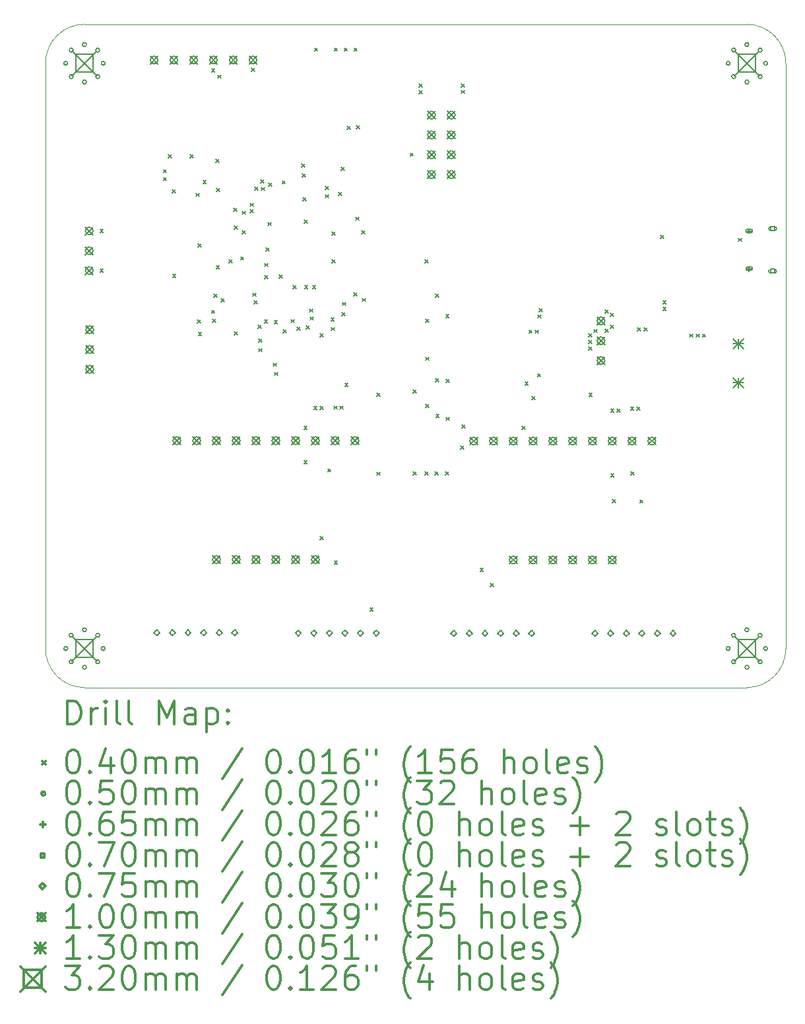
<source format=gbr>
%FSLAX45Y45*%
G04 Gerber Fmt 4.5, Leading zero omitted, Abs format (unit mm)*
G04 Created by KiCad (PCBNEW 5.1.5+dfsg1-2build2) date 2022-03-08 20:12:54*
%MOMM*%
%LPD*%
G04 APERTURE LIST*
%TA.AperFunction,Profile*%
%ADD10C,0.050000*%
%TD*%
%ADD11C,0.200000*%
%ADD12C,0.300000*%
G04 APERTURE END LIST*
D10*
X13500000Y-4900000D02*
G75*
G02X14000000Y-5400000I0J-500000D01*
G01*
X4500000Y-5400000D02*
G75*
G02X5000000Y-4900000I500000J0D01*
G01*
X5000000Y-13400000D02*
G75*
G02X4500000Y-12900000I0J500000D01*
G01*
X14000000Y-12900000D02*
G75*
G02X13500000Y-13400000I-500000J0D01*
G01*
X13500000Y-13400000D02*
X5000000Y-13400000D01*
X14000000Y-12900000D02*
X14000000Y-5400000D01*
X13500000Y-4900000D02*
X5000000Y-4900000D01*
X4500000Y-5400000D02*
X4500000Y-12900000D01*
D11*
X5199700Y-7528880D02*
X5239700Y-7568880D01*
X5239700Y-7528880D02*
X5199700Y-7568880D01*
X5199700Y-8036880D02*
X5239700Y-8076880D01*
X5239700Y-8036880D02*
X5199700Y-8076880D01*
X6012500Y-6761800D02*
X6052500Y-6801800D01*
X6052500Y-6761800D02*
X6012500Y-6801800D01*
X6012500Y-6863400D02*
X6052500Y-6903400D01*
X6052500Y-6863400D02*
X6012500Y-6903400D01*
X6076000Y-6571300D02*
X6116000Y-6611300D01*
X6116000Y-6571300D02*
X6076000Y-6611300D01*
X6126800Y-7022150D02*
X6166800Y-7062150D01*
X6166800Y-7022150D02*
X6126800Y-7062150D01*
X6131200Y-8104550D02*
X6171200Y-8144550D01*
X6171200Y-8104550D02*
X6131200Y-8144550D01*
X6355400Y-6571300D02*
X6395400Y-6611300D01*
X6395400Y-6571300D02*
X6355400Y-6611300D01*
X6431600Y-7066600D02*
X6471600Y-7106600D01*
X6471600Y-7066600D02*
X6431600Y-7106600D01*
X6449380Y-8687120D02*
X6489380Y-8727120D01*
X6489380Y-8687120D02*
X6449380Y-8727120D01*
X6455050Y-7713650D02*
X6495050Y-7753650D01*
X6495050Y-7713650D02*
X6455050Y-7753650D01*
X6462080Y-8849680D02*
X6502080Y-8889680D01*
X6502080Y-8849680D02*
X6462080Y-8889680D01*
X6520500Y-6901500D02*
X6560500Y-6941500D01*
X6560500Y-6901500D02*
X6520500Y-6941500D01*
X6631060Y-5470810D02*
X6671060Y-5510810D01*
X6671060Y-5470810D02*
X6631060Y-5510810D01*
X6632260Y-8564000D02*
X6672260Y-8604000D01*
X6672260Y-8564000D02*
X6632260Y-8604000D01*
X6642420Y-8682040D02*
X6682420Y-8722040D01*
X6682420Y-8682040D02*
X6642420Y-8722040D01*
X6662740Y-8359460D02*
X6702740Y-8399460D01*
X6702740Y-8359460D02*
X6662740Y-8399460D01*
X6685450Y-6631700D02*
X6725450Y-6671700D01*
X6725450Y-6631700D02*
X6685450Y-6671700D01*
X6690000Y-7993050D02*
X6730000Y-8033050D01*
X6730000Y-7993050D02*
X6690000Y-8033050D01*
X6691800Y-7000000D02*
X6731800Y-7040000D01*
X6731800Y-7000000D02*
X6691800Y-7040000D01*
X6713540Y-5550220D02*
X6753540Y-5590220D01*
X6753540Y-5550220D02*
X6713540Y-5590220D01*
X6751640Y-8414000D02*
X6791640Y-8454000D01*
X6791640Y-8414000D02*
X6751640Y-8454000D01*
X6855100Y-7916850D02*
X6895100Y-7956850D01*
X6895100Y-7916850D02*
X6855100Y-7956850D01*
X6914200Y-7254560D02*
X6954200Y-7294560D01*
X6954200Y-7254560D02*
X6914200Y-7294560D01*
X6921820Y-8842060D02*
X6961820Y-8882060D01*
X6961820Y-8842060D02*
X6921820Y-8882060D01*
X6924950Y-7485050D02*
X6964950Y-7525050D01*
X6964950Y-7485050D02*
X6924950Y-7525050D01*
X7003100Y-7879400D02*
X7043100Y-7919400D01*
X7043100Y-7879400D02*
X7003100Y-7919400D01*
X7022740Y-7295820D02*
X7062740Y-7335820D01*
X7062740Y-7295820D02*
X7022740Y-7335820D01*
X7026550Y-7542200D02*
X7066550Y-7582200D01*
X7066550Y-7542200D02*
X7026550Y-7582200D01*
X7128150Y-7192950D02*
X7168150Y-7232950D01*
X7168150Y-7192950D02*
X7128150Y-7232950D01*
X7128150Y-7275500D02*
X7168150Y-7315500D01*
X7168150Y-7275500D02*
X7128150Y-7315500D01*
X7145410Y-5464460D02*
X7185410Y-5504460D01*
X7185410Y-5464460D02*
X7145410Y-5504460D01*
X7163233Y-8344333D02*
X7203233Y-8384333D01*
X7203233Y-8344333D02*
X7163233Y-8384333D01*
X7179143Y-8443060D02*
X7219143Y-8483060D01*
X7219143Y-8443060D02*
X7179143Y-8483060D01*
X7187840Y-6988480D02*
X7227840Y-7028480D01*
X7227840Y-6988480D02*
X7187840Y-7028480D01*
X7229160Y-8755700D02*
X7269160Y-8795700D01*
X7269160Y-8755700D02*
X7229160Y-8795700D01*
X7234240Y-8936040D02*
X7274240Y-8976040D01*
X7274240Y-8936040D02*
X7234240Y-8976040D01*
X7236780Y-9055420D02*
X7276780Y-9095420D01*
X7276780Y-9055420D02*
X7236780Y-9095420D01*
X7261166Y-6891337D02*
X7301166Y-6931337D01*
X7301166Y-6891337D02*
X7261166Y-6931337D01*
X7269120Y-6991020D02*
X7309120Y-7031020D01*
X7309120Y-6991020D02*
X7269120Y-7031020D01*
X7308490Y-8689010D02*
X7348490Y-8729010D01*
X7348490Y-8689010D02*
X7308490Y-8729010D01*
X7312980Y-8120700D02*
X7352980Y-8160700D01*
X7352980Y-8120700D02*
X7312980Y-8160700D01*
X7315520Y-7963220D02*
X7355520Y-8003220D01*
X7355520Y-7963220D02*
X7315520Y-8003220D01*
X7328220Y-7765100D02*
X7368220Y-7805100D01*
X7368220Y-7765100D02*
X7328220Y-7805100D01*
X7353620Y-7439980D02*
X7393620Y-7479980D01*
X7393620Y-7439980D02*
X7353620Y-7479980D01*
X7360560Y-6937680D02*
X7400560Y-6977680D01*
X7400560Y-6937680D02*
X7360560Y-6977680D01*
X7424740Y-9243380D02*
X7464740Y-9283380D01*
X7464740Y-9243380D02*
X7424740Y-9283380D01*
X7435490Y-8695360D02*
X7475490Y-8735360D01*
X7475490Y-8695360D02*
X7435490Y-8735360D01*
X7439980Y-9360220D02*
X7479980Y-9400220D01*
X7479980Y-9360220D02*
X7439980Y-9400220D01*
X7498400Y-8114350D02*
X7538400Y-8154350D01*
X7538400Y-8114350D02*
X7498400Y-8154350D01*
X7536910Y-6904748D02*
X7576910Y-6944748D01*
X7576910Y-6904748D02*
X7536910Y-6944748D01*
X7550544Y-8817390D02*
X7590544Y-8857390D01*
X7590544Y-8817390D02*
X7550544Y-8857390D01*
X7652002Y-8684580D02*
X7692002Y-8724580D01*
X7692002Y-8684580D02*
X7652002Y-8724580D01*
X7676932Y-8247220D02*
X7716932Y-8287220D01*
X7716932Y-8247220D02*
X7676932Y-8287220D01*
X7729540Y-8783640D02*
X7769540Y-8823640D01*
X7769540Y-8783640D02*
X7729540Y-8823640D01*
X7786912Y-6688140D02*
X7826912Y-6728140D01*
X7826912Y-6688140D02*
X7786912Y-6728140D01*
X7792569Y-6818300D02*
X7832569Y-6858300D01*
X7832569Y-6818300D02*
X7792569Y-6858300D01*
X7802000Y-7119940D02*
X7842000Y-7159940D01*
X7842000Y-7119940D02*
X7802000Y-7159940D01*
X7815900Y-10053640D02*
X7855900Y-10093640D01*
X7855900Y-10053640D02*
X7815900Y-10093640D01*
X7815900Y-10493060D02*
X7855900Y-10533060D01*
X7855900Y-10493060D02*
X7815900Y-10533060D01*
X7823520Y-7409500D02*
X7863520Y-7449500D01*
X7863520Y-7409500D02*
X7823520Y-7449500D01*
X7826060Y-8247700D02*
X7866060Y-8287700D01*
X7866060Y-8247700D02*
X7826060Y-8287700D01*
X7848920Y-8763320D02*
X7888920Y-8803320D01*
X7888920Y-8763320D02*
X7848920Y-8803320D01*
X7889242Y-8549166D02*
X7929242Y-8589166D01*
X7929242Y-8549166D02*
X7889242Y-8589166D01*
X7894640Y-8649020D02*
X7934640Y-8689020D01*
X7934640Y-8649020D02*
X7894640Y-8689020D01*
X7926060Y-8247700D02*
X7966060Y-8287700D01*
X7966060Y-8247700D02*
X7926060Y-8287700D01*
X7942900Y-9794560D02*
X7982900Y-9834560D01*
X7982900Y-9794560D02*
X7942900Y-9834560D01*
X7952000Y-5203240D02*
X7992000Y-5243240D01*
X7992000Y-5203240D02*
X7952000Y-5243240D01*
X8024180Y-9797100D02*
X8064180Y-9837100D01*
X8064180Y-9797100D02*
X8024180Y-9837100D01*
X8026040Y-8863000D02*
X8066040Y-8903000D01*
X8066040Y-8863000D02*
X8026040Y-8903000D01*
X8026720Y-11465880D02*
X8066720Y-11505880D01*
X8066720Y-11465880D02*
X8026720Y-11505880D01*
X8092080Y-6978320D02*
X8132080Y-7018320D01*
X8132080Y-6978320D02*
X8092080Y-7018320D01*
X8092760Y-7084380D02*
X8132760Y-7124380D01*
X8132760Y-7084380D02*
X8092760Y-7124380D01*
X8120700Y-10597200D02*
X8160700Y-10637200D01*
X8160700Y-10597200D02*
X8120700Y-10637200D01*
X8163880Y-8661720D02*
X8203880Y-8701720D01*
X8203880Y-8661720D02*
X8163880Y-8701720D01*
X8166420Y-8786180D02*
X8206420Y-8826180D01*
X8206420Y-8786180D02*
X8166420Y-8826180D01*
X8174040Y-7917500D02*
X8214040Y-7957500D01*
X8214040Y-7917500D02*
X8174040Y-7957500D01*
X8175900Y-7561250D02*
X8215900Y-7601250D01*
X8215900Y-7561250D02*
X8175900Y-7601250D01*
X8199440Y-9792020D02*
X8239440Y-9832020D01*
X8239440Y-9792020D02*
X8199440Y-9832020D01*
X8205700Y-11778300D02*
X8245700Y-11818300D01*
X8245700Y-11778300D02*
X8205700Y-11818300D01*
X8206000Y-5203240D02*
X8246000Y-5243240D01*
X8246000Y-5203240D02*
X8206000Y-5243240D01*
X8260400Y-7050820D02*
X8300400Y-7090820D01*
X8300400Y-7050820D02*
X8260400Y-7090820D01*
X8280720Y-9792020D02*
X8320720Y-9832020D01*
X8320720Y-9792020D02*
X8280720Y-9832020D01*
X8295960Y-6733100D02*
X8335960Y-6773100D01*
X8335960Y-6733100D02*
X8295960Y-6773100D01*
X8302900Y-8596300D02*
X8342900Y-8636300D01*
X8342900Y-8596300D02*
X8302900Y-8636300D01*
X8309250Y-8462950D02*
X8349250Y-8502950D01*
X8349250Y-8462950D02*
X8309250Y-8502950D01*
X8333000Y-5203240D02*
X8373000Y-5243240D01*
X8373000Y-5203240D02*
X8333000Y-5243240D01*
X8340717Y-9500883D02*
X8380717Y-9540883D01*
X8380717Y-9500883D02*
X8340717Y-9540883D01*
X8372160Y-6208080D02*
X8412160Y-6248080D01*
X8412160Y-6208080D02*
X8372160Y-6248080D01*
X8457250Y-8342950D02*
X8497250Y-8382950D01*
X8497250Y-8342950D02*
X8457250Y-8382950D01*
X8460000Y-5203240D02*
X8500000Y-5243240D01*
X8500000Y-5203240D02*
X8460000Y-5243240D01*
X8480700Y-7370750D02*
X8520700Y-7410750D01*
X8520700Y-7370750D02*
X8480700Y-7410750D01*
X8489000Y-6197920D02*
X8529000Y-6237920D01*
X8529000Y-6197920D02*
X8489000Y-6237920D01*
X8556900Y-7544740D02*
X8596900Y-7584740D01*
X8596900Y-7544740D02*
X8556900Y-7584740D01*
X8565200Y-8412800D02*
X8605200Y-8452800D01*
X8605200Y-8412800D02*
X8565200Y-8452800D01*
X8664260Y-12380280D02*
X8704260Y-12420280D01*
X8704260Y-12380280D02*
X8664260Y-12420280D01*
X8753160Y-9626080D02*
X8793160Y-9666080D01*
X8793160Y-9626080D02*
X8753160Y-9666080D01*
X8753160Y-10640380D02*
X8793160Y-10680380D01*
X8793160Y-10640380D02*
X8753160Y-10680380D01*
X9179880Y-6550980D02*
X9219880Y-6590980D01*
X9219880Y-6550980D02*
X9179880Y-6590980D01*
X9220520Y-9586280D02*
X9260520Y-9626280D01*
X9260520Y-9586280D02*
X9220520Y-9626280D01*
X9220520Y-10632740D02*
X9260520Y-10672740D01*
X9260520Y-10632740D02*
X9220520Y-10672740D01*
X9290960Y-5667680D02*
X9330960Y-5707680D01*
X9330960Y-5667680D02*
X9290960Y-5707680D01*
X9290960Y-5751500D02*
X9330960Y-5791500D01*
X9330960Y-5751500D02*
X9290960Y-5791500D01*
X9367840Y-7917500D02*
X9407840Y-7957500D01*
X9407840Y-7917500D02*
X9367840Y-7957500D01*
X9372920Y-10637840D02*
X9412920Y-10677840D01*
X9412920Y-10637840D02*
X9372920Y-10677840D01*
X9378000Y-8676960D02*
X9418000Y-8716960D01*
X9418000Y-8676960D02*
X9378000Y-8716960D01*
X9378307Y-9166873D02*
X9418307Y-9206873D01*
X9418307Y-9166873D02*
X9378307Y-9206873D01*
X9381503Y-9773277D02*
X9421503Y-9813277D01*
X9421503Y-9773277D02*
X9381503Y-9813277D01*
X9499920Y-10635300D02*
X9539920Y-10675300D01*
X9539920Y-10635300D02*
X9499920Y-10675300D01*
X9507540Y-8359460D02*
X9547540Y-8399460D01*
X9547540Y-8359460D02*
X9507540Y-8399460D01*
X9507540Y-9438960D02*
X9547540Y-9478960D01*
X9547540Y-9438960D02*
X9507540Y-9478960D01*
X9509773Y-9901547D02*
X9549773Y-9941547D01*
X9549773Y-9901547D02*
X9509773Y-9941547D01*
X9632000Y-10637840D02*
X9672000Y-10677840D01*
X9672000Y-10637840D02*
X9632000Y-10677840D01*
X9637080Y-8618540D02*
X9677080Y-8658540D01*
X9677080Y-8618540D02*
X9637080Y-8658540D01*
X9639620Y-9449120D02*
X9679620Y-9489120D01*
X9679620Y-9449120D02*
X9639620Y-9489120D01*
X9639620Y-9936800D02*
X9679620Y-9976800D01*
X9679620Y-9936800D02*
X9639620Y-9976800D01*
X9827580Y-10302560D02*
X9867580Y-10342560D01*
X9867580Y-10302560D02*
X9827580Y-10342560D01*
X9834520Y-5662600D02*
X9874520Y-5702600D01*
X9874520Y-5662600D02*
X9834520Y-5702600D01*
X9834520Y-5746420D02*
X9874520Y-5786420D01*
X9874520Y-5746420D02*
X9834520Y-5786420D01*
X9845360Y-10035860D02*
X9885360Y-10075860D01*
X9885360Y-10035860D02*
X9845360Y-10075860D01*
X10076500Y-11869740D02*
X10116500Y-11909740D01*
X10116500Y-11869740D02*
X10076500Y-11909740D01*
X10208580Y-12067860D02*
X10248580Y-12107860D01*
X10248580Y-12067860D02*
X10208580Y-12107860D01*
X10617520Y-10048560D02*
X10657520Y-10088560D01*
X10657520Y-10048560D02*
X10617520Y-10088560D01*
X10653080Y-9482140D02*
X10693080Y-9522140D01*
X10693080Y-9482140D02*
X10653080Y-9522140D01*
X10702820Y-8819350D02*
X10742820Y-8859350D01*
X10742820Y-8819350D02*
X10702820Y-8859350D01*
X10739440Y-9667560D02*
X10779440Y-9707560D01*
X10779440Y-9667560D02*
X10739440Y-9707560D01*
X10785370Y-8819350D02*
X10825370Y-8859350D01*
X10825370Y-8819350D02*
X10785370Y-8859350D01*
X10814440Y-9378000D02*
X10854440Y-9418000D01*
X10854440Y-9378000D02*
X10814440Y-9418000D01*
X10818180Y-8623620D02*
X10858180Y-8663620D01*
X10858180Y-8623620D02*
X10818180Y-8663620D01*
X10833420Y-8542340D02*
X10873420Y-8582340D01*
X10873420Y-8542340D02*
X10833420Y-8582340D01*
X11470960Y-8867460D02*
X11510960Y-8907460D01*
X11510960Y-8867460D02*
X11470960Y-8907460D01*
X11470960Y-8951280D02*
X11510960Y-8991280D01*
X11510960Y-8951280D02*
X11470960Y-8991280D01*
X11470960Y-9035100D02*
X11510960Y-9075100D01*
X11510960Y-9035100D02*
X11470960Y-9075100D01*
X11473240Y-9626080D02*
X11513240Y-9666080D01*
X11513240Y-9626080D02*
X11473240Y-9666080D01*
X11539540Y-8811580D02*
X11579540Y-8851580D01*
X11579540Y-8811580D02*
X11539540Y-8851580D01*
X11681780Y-8560120D02*
X11721780Y-8600120D01*
X11721780Y-8560120D02*
X11681780Y-8600120D01*
X11681780Y-8803960D02*
X11721780Y-8843960D01*
X11721780Y-8803960D02*
X11681780Y-8843960D01*
X11747820Y-8758240D02*
X11787820Y-8798240D01*
X11787820Y-8758240D02*
X11747820Y-8798240D01*
X11750360Y-8603300D02*
X11790360Y-8643300D01*
X11790360Y-8603300D02*
X11750360Y-8643300D01*
X11752900Y-9830120D02*
X11792900Y-9870120D01*
X11792900Y-9830120D02*
X11752900Y-9870120D01*
X11752900Y-10658160D02*
X11792900Y-10698160D01*
X11792900Y-10658160D02*
X11752900Y-10698160D01*
X11773220Y-10993440D02*
X11813220Y-11033440D01*
X11813220Y-10993440D02*
X11773220Y-11033440D01*
X11834180Y-9830120D02*
X11874180Y-9870120D01*
X11874180Y-9830120D02*
X11834180Y-9870120D01*
X12006900Y-9804720D02*
X12046900Y-9844720D01*
X12046900Y-9804720D02*
X12006900Y-9844720D01*
X12014520Y-10632740D02*
X12054520Y-10672740D01*
X12054520Y-10632740D02*
X12014520Y-10672740D01*
X12088180Y-9804720D02*
X12128180Y-9844720D01*
X12128180Y-9804720D02*
X12088180Y-9844720D01*
X12099400Y-8787400D02*
X12139400Y-8827400D01*
X12139400Y-8787400D02*
X12099400Y-8827400D01*
X12126280Y-10995980D02*
X12166280Y-11035980D01*
X12166280Y-10995980D02*
X12126280Y-11035980D01*
X12181950Y-8787400D02*
X12221950Y-8827400D01*
X12221950Y-8787400D02*
X12181950Y-8827400D01*
X12394350Y-7604150D02*
X12434350Y-7644150D01*
X12434350Y-7604150D02*
X12394350Y-7644150D01*
X12423460Y-8443280D02*
X12463460Y-8483280D01*
X12463460Y-8443280D02*
X12423460Y-8483280D01*
X12423460Y-8524560D02*
X12463460Y-8564560D01*
X12463460Y-8524560D02*
X12423460Y-8564560D01*
X12766150Y-8869950D02*
X12806150Y-8909950D01*
X12806150Y-8869950D02*
X12766150Y-8909950D01*
X12848700Y-8869950D02*
X12888700Y-8909950D01*
X12888700Y-8869950D02*
X12848700Y-8909950D01*
X12931250Y-8869950D02*
X12971250Y-8909950D01*
X12971250Y-8869950D02*
X12931250Y-8909950D01*
X13391300Y-7642250D02*
X13431300Y-7682250D01*
X13431300Y-7642250D02*
X13391300Y-7682250D01*
X13285000Y-5400000D02*
G75*
G03X13285000Y-5400000I-25000J0D01*
G01*
X13355294Y-5230294D02*
G75*
G03X13355294Y-5230294I-25000J0D01*
G01*
X13355294Y-5569706D02*
G75*
G03X13355294Y-5569706I-25000J0D01*
G01*
X13525000Y-5160000D02*
G75*
G03X13525000Y-5160000I-25000J0D01*
G01*
X13525000Y-5640000D02*
G75*
G03X13525000Y-5640000I-25000J0D01*
G01*
X13694706Y-5230294D02*
G75*
G03X13694706Y-5230294I-25000J0D01*
G01*
X13694706Y-5569706D02*
G75*
G03X13694706Y-5569706I-25000J0D01*
G01*
X13765000Y-5400000D02*
G75*
G03X13765000Y-5400000I-25000J0D01*
G01*
X13285000Y-12900000D02*
G75*
G03X13285000Y-12900000I-25000J0D01*
G01*
X13355294Y-12730294D02*
G75*
G03X13355294Y-12730294I-25000J0D01*
G01*
X13355294Y-13069706D02*
G75*
G03X13355294Y-13069706I-25000J0D01*
G01*
X13525000Y-12660000D02*
G75*
G03X13525000Y-12660000I-25000J0D01*
G01*
X13525000Y-13140000D02*
G75*
G03X13525000Y-13140000I-25000J0D01*
G01*
X13694706Y-12730294D02*
G75*
G03X13694706Y-12730294I-25000J0D01*
G01*
X13694706Y-13069706D02*
G75*
G03X13694706Y-13069706I-25000J0D01*
G01*
X13765000Y-12900000D02*
G75*
G03X13765000Y-12900000I-25000J0D01*
G01*
X4785000Y-5400000D02*
G75*
G03X4785000Y-5400000I-25000J0D01*
G01*
X4855294Y-5230294D02*
G75*
G03X4855294Y-5230294I-25000J0D01*
G01*
X4855294Y-5569706D02*
G75*
G03X4855294Y-5569706I-25000J0D01*
G01*
X5025000Y-5160000D02*
G75*
G03X5025000Y-5160000I-25000J0D01*
G01*
X5025000Y-5640000D02*
G75*
G03X5025000Y-5640000I-25000J0D01*
G01*
X5194706Y-5230294D02*
G75*
G03X5194706Y-5230294I-25000J0D01*
G01*
X5194706Y-5569706D02*
G75*
G03X5194706Y-5569706I-25000J0D01*
G01*
X5265000Y-5400000D02*
G75*
G03X5265000Y-5400000I-25000J0D01*
G01*
X4785000Y-12900000D02*
G75*
G03X4785000Y-12900000I-25000J0D01*
G01*
X4855294Y-12730294D02*
G75*
G03X4855294Y-12730294I-25000J0D01*
G01*
X4855294Y-13069706D02*
G75*
G03X4855294Y-13069706I-25000J0D01*
G01*
X5025000Y-12660000D02*
G75*
G03X5025000Y-12660000I-25000J0D01*
G01*
X5025000Y-13140000D02*
G75*
G03X5025000Y-13140000I-25000J0D01*
G01*
X5194706Y-12730294D02*
G75*
G03X5194706Y-12730294I-25000J0D01*
G01*
X5194706Y-13069706D02*
G75*
G03X5194706Y-13069706I-25000J0D01*
G01*
X5265000Y-12900000D02*
G75*
G03X5265000Y-12900000I-25000J0D01*
G01*
X13530140Y-7515980D02*
X13530140Y-7580980D01*
X13497640Y-7548480D02*
X13562640Y-7548480D01*
X13550140Y-7525980D02*
X13510140Y-7525980D01*
X13550140Y-7570980D02*
X13510140Y-7570980D01*
X13510140Y-7525980D02*
G75*
G03X13510140Y-7570980I0J-22500D01*
G01*
X13550140Y-7570980D02*
G75*
G03X13550140Y-7525980I0J22500D01*
G01*
X13530140Y-7999980D02*
X13530140Y-8064980D01*
X13497640Y-8032480D02*
X13562640Y-8032480D01*
X13550140Y-8009980D02*
X13510140Y-8009980D01*
X13550140Y-8054980D02*
X13510140Y-8054980D01*
X13510140Y-8009980D02*
G75*
G03X13510140Y-8054980I0J-22500D01*
G01*
X13550140Y-8054980D02*
G75*
G03X13550140Y-8009980I0J22500D01*
G01*
X13854889Y-7542229D02*
X13854889Y-7492731D01*
X13805391Y-7492731D01*
X13805391Y-7542229D01*
X13854889Y-7542229D01*
X13855140Y-7492480D02*
X13805140Y-7492480D01*
X13855140Y-7542480D02*
X13805140Y-7542480D01*
X13805140Y-7492480D02*
G75*
G03X13805140Y-7542480I0J-25000D01*
G01*
X13855140Y-7542480D02*
G75*
G03X13855140Y-7492480I0J25000D01*
G01*
X13854889Y-8088229D02*
X13854889Y-8038731D01*
X13805391Y-8038731D01*
X13805391Y-8088229D01*
X13854889Y-8088229D01*
X13855140Y-8038480D02*
X13805140Y-8038480D01*
X13855140Y-8088480D02*
X13805140Y-8088480D01*
X13805140Y-8038480D02*
G75*
G03X13805140Y-8088480I0J-25000D01*
G01*
X13855140Y-8088480D02*
G75*
G03X13855140Y-8038480I0J25000D01*
G01*
X11552130Y-12741840D02*
X11589630Y-12704340D01*
X11552130Y-12666840D01*
X11514630Y-12704340D01*
X11552130Y-12741840D01*
X11752130Y-12741840D02*
X11789630Y-12704340D01*
X11752130Y-12666840D01*
X11714630Y-12704340D01*
X11752130Y-12741840D01*
X11952130Y-12741840D02*
X11989630Y-12704340D01*
X11952130Y-12666840D01*
X11914630Y-12704340D01*
X11952130Y-12741840D01*
X12152130Y-12741840D02*
X12189630Y-12704340D01*
X12152130Y-12666840D01*
X12114630Y-12704340D01*
X12152130Y-12741840D01*
X12352130Y-12741840D02*
X12389630Y-12704340D01*
X12352130Y-12666840D01*
X12314630Y-12704340D01*
X12352130Y-12741840D01*
X12552130Y-12741840D02*
X12589630Y-12704340D01*
X12552130Y-12666840D01*
X12514630Y-12704340D01*
X12552130Y-12741840D01*
X7743400Y-12740570D02*
X7780900Y-12703070D01*
X7743400Y-12665570D01*
X7705900Y-12703070D01*
X7743400Y-12740570D01*
X7943400Y-12740570D02*
X7980900Y-12703070D01*
X7943400Y-12665570D01*
X7905900Y-12703070D01*
X7943400Y-12740570D01*
X8143400Y-12740570D02*
X8180900Y-12703070D01*
X8143400Y-12665570D01*
X8105900Y-12703070D01*
X8143400Y-12740570D01*
X8343400Y-12740570D02*
X8380900Y-12703070D01*
X8343400Y-12665570D01*
X8305900Y-12703070D01*
X8343400Y-12740570D01*
X8543400Y-12740570D02*
X8580900Y-12703070D01*
X8543400Y-12665570D01*
X8505900Y-12703070D01*
X8543400Y-12740570D01*
X8743400Y-12740570D02*
X8780900Y-12703070D01*
X8743400Y-12665570D01*
X8705900Y-12703070D01*
X8743400Y-12740570D01*
X5929840Y-12734220D02*
X5967340Y-12696720D01*
X5929840Y-12659220D01*
X5892340Y-12696720D01*
X5929840Y-12734220D01*
X6129840Y-12734220D02*
X6167340Y-12696720D01*
X6129840Y-12659220D01*
X6092340Y-12696720D01*
X6129840Y-12734220D01*
X6329840Y-12734220D02*
X6367340Y-12696720D01*
X6329840Y-12659220D01*
X6292340Y-12696720D01*
X6329840Y-12734220D01*
X6529840Y-12734220D02*
X6567340Y-12696720D01*
X6529840Y-12659220D01*
X6492340Y-12696720D01*
X6529840Y-12734220D01*
X6729840Y-12734220D02*
X6767340Y-12696720D01*
X6729840Y-12659220D01*
X6692340Y-12696720D01*
X6729840Y-12734220D01*
X6929840Y-12734220D02*
X6967340Y-12696720D01*
X6929840Y-12659220D01*
X6892340Y-12696720D01*
X6929840Y-12734220D01*
X9739840Y-12741840D02*
X9777340Y-12704340D01*
X9739840Y-12666840D01*
X9702340Y-12704340D01*
X9739840Y-12741840D01*
X9939840Y-12741840D02*
X9977340Y-12704340D01*
X9939840Y-12666840D01*
X9902340Y-12704340D01*
X9939840Y-12741840D01*
X10139840Y-12741840D02*
X10177340Y-12704340D01*
X10139840Y-12666840D01*
X10102340Y-12704340D01*
X10139840Y-12741840D01*
X10339840Y-12741840D02*
X10377340Y-12704340D01*
X10339840Y-12666840D01*
X10302340Y-12704340D01*
X10339840Y-12741840D01*
X10539840Y-12741840D02*
X10577340Y-12704340D01*
X10539840Y-12666840D01*
X10502340Y-12704340D01*
X10539840Y-12741840D01*
X10739840Y-12741840D02*
X10777340Y-12704340D01*
X10739840Y-12666840D01*
X10702340Y-12704340D01*
X10739840Y-12741840D01*
X6136380Y-10186730D02*
X6236380Y-10286730D01*
X6236380Y-10186730D02*
X6136380Y-10286730D01*
X6236380Y-10236730D02*
G75*
G03X6236380Y-10236730I-50000J0D01*
G01*
X6390380Y-10186730D02*
X6490380Y-10286730D01*
X6490380Y-10186730D02*
X6390380Y-10286730D01*
X6490380Y-10236730D02*
G75*
G03X6490380Y-10236730I-50000J0D01*
G01*
X6644380Y-10186730D02*
X6744380Y-10286730D01*
X6744380Y-10186730D02*
X6644380Y-10286730D01*
X6744380Y-10236730D02*
G75*
G03X6744380Y-10236730I-50000J0D01*
G01*
X6644380Y-11710730D02*
X6744380Y-11810730D01*
X6744380Y-11710730D02*
X6644380Y-11810730D01*
X6744380Y-11760730D02*
G75*
G03X6744380Y-11760730I-50000J0D01*
G01*
X6898380Y-10186730D02*
X6998380Y-10286730D01*
X6998380Y-10186730D02*
X6898380Y-10286730D01*
X6998380Y-10236730D02*
G75*
G03X6998380Y-10236730I-50000J0D01*
G01*
X6898380Y-11710730D02*
X6998380Y-11810730D01*
X6998380Y-11710730D02*
X6898380Y-11810730D01*
X6998380Y-11760730D02*
G75*
G03X6998380Y-11760730I-50000J0D01*
G01*
X7152380Y-10186730D02*
X7252380Y-10286730D01*
X7252380Y-10186730D02*
X7152380Y-10286730D01*
X7252380Y-10236730D02*
G75*
G03X7252380Y-10236730I-50000J0D01*
G01*
X7152380Y-11710730D02*
X7252380Y-11810730D01*
X7252380Y-11710730D02*
X7152380Y-11810730D01*
X7252380Y-11760730D02*
G75*
G03X7252380Y-11760730I-50000J0D01*
G01*
X7406380Y-10186730D02*
X7506380Y-10286730D01*
X7506380Y-10186730D02*
X7406380Y-10286730D01*
X7506380Y-10236730D02*
G75*
G03X7506380Y-10236730I-50000J0D01*
G01*
X7406380Y-11710730D02*
X7506380Y-11810730D01*
X7506380Y-11710730D02*
X7406380Y-11810730D01*
X7506380Y-11760730D02*
G75*
G03X7506380Y-11760730I-50000J0D01*
G01*
X7660380Y-10186730D02*
X7760380Y-10286730D01*
X7760380Y-10186730D02*
X7660380Y-10286730D01*
X7760380Y-10236730D02*
G75*
G03X7760380Y-10236730I-50000J0D01*
G01*
X7660380Y-11710730D02*
X7760380Y-11810730D01*
X7760380Y-11710730D02*
X7660380Y-11810730D01*
X7760380Y-11760730D02*
G75*
G03X7760380Y-11760730I-50000J0D01*
G01*
X7914380Y-10186730D02*
X8014380Y-10286730D01*
X8014380Y-10186730D02*
X7914380Y-10286730D01*
X8014380Y-10236730D02*
G75*
G03X8014380Y-10236730I-50000J0D01*
G01*
X7914380Y-11710730D02*
X8014380Y-11810730D01*
X8014380Y-11710730D02*
X7914380Y-11810730D01*
X8014380Y-11760730D02*
G75*
G03X8014380Y-11760730I-50000J0D01*
G01*
X8168380Y-10186730D02*
X8268380Y-10286730D01*
X8268380Y-10186730D02*
X8168380Y-10286730D01*
X8268380Y-10236730D02*
G75*
G03X8268380Y-10236730I-50000J0D01*
G01*
X8422380Y-10186730D02*
X8522380Y-10286730D01*
X8522380Y-10186730D02*
X8422380Y-10286730D01*
X8522380Y-10236730D02*
G75*
G03X8522380Y-10236730I-50000J0D01*
G01*
X9403200Y-6013600D02*
X9503200Y-6113600D01*
X9503200Y-6013600D02*
X9403200Y-6113600D01*
X9503200Y-6063600D02*
G75*
G03X9503200Y-6063600I-50000J0D01*
G01*
X9403200Y-6267600D02*
X9503200Y-6367600D01*
X9503200Y-6267600D02*
X9403200Y-6367600D01*
X9503200Y-6317600D02*
G75*
G03X9503200Y-6317600I-50000J0D01*
G01*
X9403200Y-6521600D02*
X9503200Y-6621600D01*
X9503200Y-6521600D02*
X9403200Y-6621600D01*
X9503200Y-6571600D02*
G75*
G03X9503200Y-6571600I-50000J0D01*
G01*
X9403200Y-6775600D02*
X9503200Y-6875600D01*
X9503200Y-6775600D02*
X9403200Y-6875600D01*
X9503200Y-6825600D02*
G75*
G03X9503200Y-6825600I-50000J0D01*
G01*
X9657200Y-6013600D02*
X9757200Y-6113600D01*
X9757200Y-6013600D02*
X9657200Y-6113600D01*
X9757200Y-6063600D02*
G75*
G03X9757200Y-6063600I-50000J0D01*
G01*
X9657200Y-6267600D02*
X9757200Y-6367600D01*
X9757200Y-6267600D02*
X9657200Y-6367600D01*
X9757200Y-6317600D02*
G75*
G03X9757200Y-6317600I-50000J0D01*
G01*
X9657200Y-6521600D02*
X9757200Y-6621600D01*
X9757200Y-6521600D02*
X9657200Y-6621600D01*
X9757200Y-6571600D02*
G75*
G03X9757200Y-6571600I-50000J0D01*
G01*
X9657200Y-6775600D02*
X9757200Y-6875600D01*
X9757200Y-6775600D02*
X9657200Y-6875600D01*
X9757200Y-6825600D02*
G75*
G03X9757200Y-6825600I-50000J0D01*
G01*
X5843660Y-5308460D02*
X5943660Y-5408460D01*
X5943660Y-5308460D02*
X5843660Y-5408460D01*
X5943660Y-5358460D02*
G75*
G03X5943660Y-5358460I-50000J0D01*
G01*
X6097660Y-5308460D02*
X6197660Y-5408460D01*
X6197660Y-5308460D02*
X6097660Y-5408460D01*
X6197660Y-5358460D02*
G75*
G03X6197660Y-5358460I-50000J0D01*
G01*
X6351660Y-5308460D02*
X6451660Y-5408460D01*
X6451660Y-5308460D02*
X6351660Y-5408460D01*
X6451660Y-5358460D02*
G75*
G03X6451660Y-5358460I-50000J0D01*
G01*
X6605660Y-5308460D02*
X6705660Y-5408460D01*
X6705660Y-5308460D02*
X6605660Y-5408460D01*
X6705660Y-5358460D02*
G75*
G03X6705660Y-5358460I-50000J0D01*
G01*
X6859660Y-5308460D02*
X6959660Y-5408460D01*
X6959660Y-5308460D02*
X6859660Y-5408460D01*
X6959660Y-5358460D02*
G75*
G03X6959660Y-5358460I-50000J0D01*
G01*
X7113660Y-5308460D02*
X7213660Y-5408460D01*
X7213660Y-5308460D02*
X7113660Y-5408460D01*
X7213660Y-5358460D02*
G75*
G03X7213660Y-5358460I-50000J0D01*
G01*
X5012220Y-7498880D02*
X5112220Y-7598880D01*
X5112220Y-7498880D02*
X5012220Y-7598880D01*
X5112220Y-7548880D02*
G75*
G03X5112220Y-7548880I-50000J0D01*
G01*
X5012220Y-7752880D02*
X5112220Y-7852880D01*
X5112220Y-7752880D02*
X5012220Y-7852880D01*
X5112220Y-7802880D02*
G75*
G03X5112220Y-7802880I-50000J0D01*
G01*
X5012220Y-8006880D02*
X5112220Y-8106880D01*
X5112220Y-8006880D02*
X5012220Y-8106880D01*
X5112220Y-8056880D02*
G75*
G03X5112220Y-8056880I-50000J0D01*
G01*
X5017300Y-8763800D02*
X5117300Y-8863800D01*
X5117300Y-8763800D02*
X5017300Y-8863800D01*
X5117300Y-8813800D02*
G75*
G03X5117300Y-8813800I-50000J0D01*
G01*
X5017300Y-9017800D02*
X5117300Y-9117800D01*
X5117300Y-9017800D02*
X5017300Y-9117800D01*
X5117300Y-9067800D02*
G75*
G03X5117300Y-9067800I-50000J0D01*
G01*
X5017300Y-9271800D02*
X5117300Y-9371800D01*
X5117300Y-9271800D02*
X5017300Y-9371800D01*
X5117300Y-9321800D02*
G75*
G03X5117300Y-9321800I-50000J0D01*
G01*
X9945110Y-10190540D02*
X10045110Y-10290540D01*
X10045110Y-10190540D02*
X9945110Y-10290540D01*
X10045110Y-10240540D02*
G75*
G03X10045110Y-10240540I-50000J0D01*
G01*
X10199110Y-10190540D02*
X10299110Y-10290540D01*
X10299110Y-10190540D02*
X10199110Y-10290540D01*
X10299110Y-10240540D02*
G75*
G03X10299110Y-10240540I-50000J0D01*
G01*
X10453110Y-10190540D02*
X10553110Y-10290540D01*
X10553110Y-10190540D02*
X10453110Y-10290540D01*
X10553110Y-10240540D02*
G75*
G03X10553110Y-10240540I-50000J0D01*
G01*
X10453110Y-11714540D02*
X10553110Y-11814540D01*
X10553110Y-11714540D02*
X10453110Y-11814540D01*
X10553110Y-11764540D02*
G75*
G03X10553110Y-11764540I-50000J0D01*
G01*
X10707110Y-10190540D02*
X10807110Y-10290540D01*
X10807110Y-10190540D02*
X10707110Y-10290540D01*
X10807110Y-10240540D02*
G75*
G03X10807110Y-10240540I-50000J0D01*
G01*
X10707110Y-11714540D02*
X10807110Y-11814540D01*
X10807110Y-11714540D02*
X10707110Y-11814540D01*
X10807110Y-11764540D02*
G75*
G03X10807110Y-11764540I-50000J0D01*
G01*
X10961110Y-10190540D02*
X11061110Y-10290540D01*
X11061110Y-10190540D02*
X10961110Y-10290540D01*
X11061110Y-10240540D02*
G75*
G03X11061110Y-10240540I-50000J0D01*
G01*
X10961110Y-11714540D02*
X11061110Y-11814540D01*
X11061110Y-11714540D02*
X10961110Y-11814540D01*
X11061110Y-11764540D02*
G75*
G03X11061110Y-11764540I-50000J0D01*
G01*
X11215110Y-10190540D02*
X11315110Y-10290540D01*
X11315110Y-10190540D02*
X11215110Y-10290540D01*
X11315110Y-10240540D02*
G75*
G03X11315110Y-10240540I-50000J0D01*
G01*
X11215110Y-11714540D02*
X11315110Y-11814540D01*
X11315110Y-11714540D02*
X11215110Y-11814540D01*
X11315110Y-11764540D02*
G75*
G03X11315110Y-11764540I-50000J0D01*
G01*
X11469110Y-10190540D02*
X11569110Y-10290540D01*
X11569110Y-10190540D02*
X11469110Y-10290540D01*
X11569110Y-10240540D02*
G75*
G03X11569110Y-10240540I-50000J0D01*
G01*
X11469110Y-11714540D02*
X11569110Y-11814540D01*
X11569110Y-11714540D02*
X11469110Y-11814540D01*
X11569110Y-11764540D02*
G75*
G03X11569110Y-11764540I-50000J0D01*
G01*
X11723110Y-10190540D02*
X11823110Y-10290540D01*
X11823110Y-10190540D02*
X11723110Y-10290540D01*
X11823110Y-10240540D02*
G75*
G03X11823110Y-10240540I-50000J0D01*
G01*
X11723110Y-11714540D02*
X11823110Y-11814540D01*
X11823110Y-11714540D02*
X11723110Y-11814540D01*
X11823110Y-11764540D02*
G75*
G03X11823110Y-11764540I-50000J0D01*
G01*
X11977110Y-10190540D02*
X12077110Y-10290540D01*
X12077110Y-10190540D02*
X11977110Y-10290540D01*
X12077110Y-10240540D02*
G75*
G03X12077110Y-10240540I-50000J0D01*
G01*
X12231110Y-10190540D02*
X12331110Y-10290540D01*
X12331110Y-10190540D02*
X12231110Y-10290540D01*
X12331110Y-10240540D02*
G75*
G03X12331110Y-10240540I-50000J0D01*
G01*
X11578120Y-8652040D02*
X11678120Y-8752040D01*
X11678120Y-8652040D02*
X11578120Y-8752040D01*
X11678120Y-8702040D02*
G75*
G03X11678120Y-8702040I-50000J0D01*
G01*
X11578120Y-8906040D02*
X11678120Y-9006040D01*
X11678120Y-8906040D02*
X11578120Y-9006040D01*
X11678120Y-8956040D02*
G75*
G03X11678120Y-8956040I-50000J0D01*
G01*
X11578120Y-9160040D02*
X11678120Y-9260040D01*
X11678120Y-9160040D02*
X11578120Y-9260040D01*
X11678120Y-9210040D02*
G75*
G03X11678120Y-9210040I-50000J0D01*
G01*
X13324400Y-8928200D02*
X13454400Y-9058200D01*
X13454400Y-8928200D02*
X13324400Y-9058200D01*
X13389400Y-8928200D02*
X13389400Y-9058200D01*
X13324400Y-8993200D02*
X13454400Y-8993200D01*
X13324400Y-9428200D02*
X13454400Y-9558200D01*
X13454400Y-9428200D02*
X13324400Y-9558200D01*
X13389400Y-9428200D02*
X13389400Y-9558200D01*
X13324400Y-9493200D02*
X13454400Y-9493200D01*
X13340000Y-5240000D02*
X13660000Y-5560000D01*
X13660000Y-5240000D02*
X13340000Y-5560000D01*
X13613138Y-5513138D02*
X13613138Y-5286862D01*
X13386862Y-5286862D01*
X13386862Y-5513138D01*
X13613138Y-5513138D01*
X13340000Y-12740000D02*
X13660000Y-13060000D01*
X13660000Y-12740000D02*
X13340000Y-13060000D01*
X13613138Y-13013138D02*
X13613138Y-12786862D01*
X13386862Y-12786862D01*
X13386862Y-13013138D01*
X13613138Y-13013138D01*
X4840000Y-5240000D02*
X5160000Y-5560000D01*
X5160000Y-5240000D02*
X4840000Y-5560000D01*
X5113138Y-5513138D02*
X5113138Y-5286862D01*
X4886862Y-5286862D01*
X4886862Y-5513138D01*
X5113138Y-5513138D01*
X4840000Y-12740000D02*
X5160000Y-13060000D01*
X5160000Y-12740000D02*
X4840000Y-13060000D01*
X5113138Y-13013138D02*
X5113138Y-12786862D01*
X4886862Y-12786862D01*
X4886862Y-13013138D01*
X5113138Y-13013138D01*
D12*
X4783928Y-13868214D02*
X4783928Y-13568214D01*
X4855357Y-13568214D01*
X4898214Y-13582500D01*
X4926786Y-13611071D01*
X4941071Y-13639643D01*
X4955357Y-13696786D01*
X4955357Y-13739643D01*
X4941071Y-13796786D01*
X4926786Y-13825357D01*
X4898214Y-13853929D01*
X4855357Y-13868214D01*
X4783928Y-13868214D01*
X5083928Y-13868214D02*
X5083928Y-13668214D01*
X5083928Y-13725357D02*
X5098214Y-13696786D01*
X5112500Y-13682500D01*
X5141071Y-13668214D01*
X5169643Y-13668214D01*
X5269643Y-13868214D02*
X5269643Y-13668214D01*
X5269643Y-13568214D02*
X5255357Y-13582500D01*
X5269643Y-13596786D01*
X5283928Y-13582500D01*
X5269643Y-13568214D01*
X5269643Y-13596786D01*
X5455357Y-13868214D02*
X5426786Y-13853929D01*
X5412500Y-13825357D01*
X5412500Y-13568214D01*
X5612500Y-13868214D02*
X5583928Y-13853929D01*
X5569643Y-13825357D01*
X5569643Y-13568214D01*
X5955357Y-13868214D02*
X5955357Y-13568214D01*
X6055357Y-13782500D01*
X6155357Y-13568214D01*
X6155357Y-13868214D01*
X6426786Y-13868214D02*
X6426786Y-13711071D01*
X6412500Y-13682500D01*
X6383928Y-13668214D01*
X6326786Y-13668214D01*
X6298214Y-13682500D01*
X6426786Y-13853929D02*
X6398214Y-13868214D01*
X6326786Y-13868214D01*
X6298214Y-13853929D01*
X6283928Y-13825357D01*
X6283928Y-13796786D01*
X6298214Y-13768214D01*
X6326786Y-13753929D01*
X6398214Y-13753929D01*
X6426786Y-13739643D01*
X6569643Y-13668214D02*
X6569643Y-13968214D01*
X6569643Y-13682500D02*
X6598214Y-13668214D01*
X6655357Y-13668214D01*
X6683928Y-13682500D01*
X6698214Y-13696786D01*
X6712500Y-13725357D01*
X6712500Y-13811071D01*
X6698214Y-13839643D01*
X6683928Y-13853929D01*
X6655357Y-13868214D01*
X6598214Y-13868214D01*
X6569643Y-13853929D01*
X6841071Y-13839643D02*
X6855357Y-13853929D01*
X6841071Y-13868214D01*
X6826786Y-13853929D01*
X6841071Y-13839643D01*
X6841071Y-13868214D01*
X6841071Y-13682500D02*
X6855357Y-13696786D01*
X6841071Y-13711071D01*
X6826786Y-13696786D01*
X6841071Y-13682500D01*
X6841071Y-13711071D01*
X4457500Y-14342500D02*
X4497500Y-14382500D01*
X4497500Y-14342500D02*
X4457500Y-14382500D01*
X4841071Y-14198214D02*
X4869643Y-14198214D01*
X4898214Y-14212500D01*
X4912500Y-14226786D01*
X4926786Y-14255357D01*
X4941071Y-14312500D01*
X4941071Y-14383929D01*
X4926786Y-14441071D01*
X4912500Y-14469643D01*
X4898214Y-14483929D01*
X4869643Y-14498214D01*
X4841071Y-14498214D01*
X4812500Y-14483929D01*
X4798214Y-14469643D01*
X4783928Y-14441071D01*
X4769643Y-14383929D01*
X4769643Y-14312500D01*
X4783928Y-14255357D01*
X4798214Y-14226786D01*
X4812500Y-14212500D01*
X4841071Y-14198214D01*
X5069643Y-14469643D02*
X5083928Y-14483929D01*
X5069643Y-14498214D01*
X5055357Y-14483929D01*
X5069643Y-14469643D01*
X5069643Y-14498214D01*
X5341071Y-14298214D02*
X5341071Y-14498214D01*
X5269643Y-14183929D02*
X5198214Y-14398214D01*
X5383928Y-14398214D01*
X5555357Y-14198214D02*
X5583928Y-14198214D01*
X5612500Y-14212500D01*
X5626786Y-14226786D01*
X5641071Y-14255357D01*
X5655357Y-14312500D01*
X5655357Y-14383929D01*
X5641071Y-14441071D01*
X5626786Y-14469643D01*
X5612500Y-14483929D01*
X5583928Y-14498214D01*
X5555357Y-14498214D01*
X5526786Y-14483929D01*
X5512500Y-14469643D01*
X5498214Y-14441071D01*
X5483928Y-14383929D01*
X5483928Y-14312500D01*
X5498214Y-14255357D01*
X5512500Y-14226786D01*
X5526786Y-14212500D01*
X5555357Y-14198214D01*
X5783928Y-14498214D02*
X5783928Y-14298214D01*
X5783928Y-14326786D02*
X5798214Y-14312500D01*
X5826786Y-14298214D01*
X5869643Y-14298214D01*
X5898214Y-14312500D01*
X5912500Y-14341071D01*
X5912500Y-14498214D01*
X5912500Y-14341071D02*
X5926786Y-14312500D01*
X5955357Y-14298214D01*
X5998214Y-14298214D01*
X6026786Y-14312500D01*
X6041071Y-14341071D01*
X6041071Y-14498214D01*
X6183928Y-14498214D02*
X6183928Y-14298214D01*
X6183928Y-14326786D02*
X6198214Y-14312500D01*
X6226786Y-14298214D01*
X6269643Y-14298214D01*
X6298214Y-14312500D01*
X6312500Y-14341071D01*
X6312500Y-14498214D01*
X6312500Y-14341071D02*
X6326786Y-14312500D01*
X6355357Y-14298214D01*
X6398214Y-14298214D01*
X6426786Y-14312500D01*
X6441071Y-14341071D01*
X6441071Y-14498214D01*
X7026786Y-14183929D02*
X6769643Y-14569643D01*
X7412500Y-14198214D02*
X7441071Y-14198214D01*
X7469643Y-14212500D01*
X7483928Y-14226786D01*
X7498214Y-14255357D01*
X7512500Y-14312500D01*
X7512500Y-14383929D01*
X7498214Y-14441071D01*
X7483928Y-14469643D01*
X7469643Y-14483929D01*
X7441071Y-14498214D01*
X7412500Y-14498214D01*
X7383928Y-14483929D01*
X7369643Y-14469643D01*
X7355357Y-14441071D01*
X7341071Y-14383929D01*
X7341071Y-14312500D01*
X7355357Y-14255357D01*
X7369643Y-14226786D01*
X7383928Y-14212500D01*
X7412500Y-14198214D01*
X7641071Y-14469643D02*
X7655357Y-14483929D01*
X7641071Y-14498214D01*
X7626786Y-14483929D01*
X7641071Y-14469643D01*
X7641071Y-14498214D01*
X7841071Y-14198214D02*
X7869643Y-14198214D01*
X7898214Y-14212500D01*
X7912500Y-14226786D01*
X7926786Y-14255357D01*
X7941071Y-14312500D01*
X7941071Y-14383929D01*
X7926786Y-14441071D01*
X7912500Y-14469643D01*
X7898214Y-14483929D01*
X7869643Y-14498214D01*
X7841071Y-14498214D01*
X7812500Y-14483929D01*
X7798214Y-14469643D01*
X7783928Y-14441071D01*
X7769643Y-14383929D01*
X7769643Y-14312500D01*
X7783928Y-14255357D01*
X7798214Y-14226786D01*
X7812500Y-14212500D01*
X7841071Y-14198214D01*
X8226786Y-14498214D02*
X8055357Y-14498214D01*
X8141071Y-14498214D02*
X8141071Y-14198214D01*
X8112500Y-14241071D01*
X8083928Y-14269643D01*
X8055357Y-14283929D01*
X8483928Y-14198214D02*
X8426786Y-14198214D01*
X8398214Y-14212500D01*
X8383928Y-14226786D01*
X8355357Y-14269643D01*
X8341071Y-14326786D01*
X8341071Y-14441071D01*
X8355357Y-14469643D01*
X8369643Y-14483929D01*
X8398214Y-14498214D01*
X8455357Y-14498214D01*
X8483928Y-14483929D01*
X8498214Y-14469643D01*
X8512500Y-14441071D01*
X8512500Y-14369643D01*
X8498214Y-14341071D01*
X8483928Y-14326786D01*
X8455357Y-14312500D01*
X8398214Y-14312500D01*
X8369643Y-14326786D01*
X8355357Y-14341071D01*
X8341071Y-14369643D01*
X8626786Y-14198214D02*
X8626786Y-14255357D01*
X8741071Y-14198214D02*
X8741071Y-14255357D01*
X9183928Y-14612500D02*
X9169643Y-14598214D01*
X9141071Y-14555357D01*
X9126786Y-14526786D01*
X9112500Y-14483929D01*
X9098214Y-14412500D01*
X9098214Y-14355357D01*
X9112500Y-14283929D01*
X9126786Y-14241071D01*
X9141071Y-14212500D01*
X9169643Y-14169643D01*
X9183928Y-14155357D01*
X9455357Y-14498214D02*
X9283928Y-14498214D01*
X9369643Y-14498214D02*
X9369643Y-14198214D01*
X9341071Y-14241071D01*
X9312500Y-14269643D01*
X9283928Y-14283929D01*
X9726786Y-14198214D02*
X9583928Y-14198214D01*
X9569643Y-14341071D01*
X9583928Y-14326786D01*
X9612500Y-14312500D01*
X9683928Y-14312500D01*
X9712500Y-14326786D01*
X9726786Y-14341071D01*
X9741071Y-14369643D01*
X9741071Y-14441071D01*
X9726786Y-14469643D01*
X9712500Y-14483929D01*
X9683928Y-14498214D01*
X9612500Y-14498214D01*
X9583928Y-14483929D01*
X9569643Y-14469643D01*
X9998214Y-14198214D02*
X9941071Y-14198214D01*
X9912500Y-14212500D01*
X9898214Y-14226786D01*
X9869643Y-14269643D01*
X9855357Y-14326786D01*
X9855357Y-14441071D01*
X9869643Y-14469643D01*
X9883928Y-14483929D01*
X9912500Y-14498214D01*
X9969643Y-14498214D01*
X9998214Y-14483929D01*
X10012500Y-14469643D01*
X10026786Y-14441071D01*
X10026786Y-14369643D01*
X10012500Y-14341071D01*
X9998214Y-14326786D01*
X9969643Y-14312500D01*
X9912500Y-14312500D01*
X9883928Y-14326786D01*
X9869643Y-14341071D01*
X9855357Y-14369643D01*
X10383928Y-14498214D02*
X10383928Y-14198214D01*
X10512500Y-14498214D02*
X10512500Y-14341071D01*
X10498214Y-14312500D01*
X10469643Y-14298214D01*
X10426786Y-14298214D01*
X10398214Y-14312500D01*
X10383928Y-14326786D01*
X10698214Y-14498214D02*
X10669643Y-14483929D01*
X10655357Y-14469643D01*
X10641071Y-14441071D01*
X10641071Y-14355357D01*
X10655357Y-14326786D01*
X10669643Y-14312500D01*
X10698214Y-14298214D01*
X10741071Y-14298214D01*
X10769643Y-14312500D01*
X10783928Y-14326786D01*
X10798214Y-14355357D01*
X10798214Y-14441071D01*
X10783928Y-14469643D01*
X10769643Y-14483929D01*
X10741071Y-14498214D01*
X10698214Y-14498214D01*
X10969643Y-14498214D02*
X10941071Y-14483929D01*
X10926786Y-14455357D01*
X10926786Y-14198214D01*
X11198214Y-14483929D02*
X11169643Y-14498214D01*
X11112500Y-14498214D01*
X11083928Y-14483929D01*
X11069643Y-14455357D01*
X11069643Y-14341071D01*
X11083928Y-14312500D01*
X11112500Y-14298214D01*
X11169643Y-14298214D01*
X11198214Y-14312500D01*
X11212500Y-14341071D01*
X11212500Y-14369643D01*
X11069643Y-14398214D01*
X11326786Y-14483929D02*
X11355357Y-14498214D01*
X11412500Y-14498214D01*
X11441071Y-14483929D01*
X11455357Y-14455357D01*
X11455357Y-14441071D01*
X11441071Y-14412500D01*
X11412500Y-14398214D01*
X11369643Y-14398214D01*
X11341071Y-14383929D01*
X11326786Y-14355357D01*
X11326786Y-14341071D01*
X11341071Y-14312500D01*
X11369643Y-14298214D01*
X11412500Y-14298214D01*
X11441071Y-14312500D01*
X11555357Y-14612500D02*
X11569643Y-14598214D01*
X11598214Y-14555357D01*
X11612500Y-14526786D01*
X11626786Y-14483929D01*
X11641071Y-14412500D01*
X11641071Y-14355357D01*
X11626786Y-14283929D01*
X11612500Y-14241071D01*
X11598214Y-14212500D01*
X11569643Y-14169643D01*
X11555357Y-14155357D01*
X4497500Y-14758500D02*
G75*
G03X4497500Y-14758500I-25000J0D01*
G01*
X4841071Y-14594214D02*
X4869643Y-14594214D01*
X4898214Y-14608500D01*
X4912500Y-14622786D01*
X4926786Y-14651357D01*
X4941071Y-14708500D01*
X4941071Y-14779929D01*
X4926786Y-14837071D01*
X4912500Y-14865643D01*
X4898214Y-14879929D01*
X4869643Y-14894214D01*
X4841071Y-14894214D01*
X4812500Y-14879929D01*
X4798214Y-14865643D01*
X4783928Y-14837071D01*
X4769643Y-14779929D01*
X4769643Y-14708500D01*
X4783928Y-14651357D01*
X4798214Y-14622786D01*
X4812500Y-14608500D01*
X4841071Y-14594214D01*
X5069643Y-14865643D02*
X5083928Y-14879929D01*
X5069643Y-14894214D01*
X5055357Y-14879929D01*
X5069643Y-14865643D01*
X5069643Y-14894214D01*
X5355357Y-14594214D02*
X5212500Y-14594214D01*
X5198214Y-14737071D01*
X5212500Y-14722786D01*
X5241071Y-14708500D01*
X5312500Y-14708500D01*
X5341071Y-14722786D01*
X5355357Y-14737071D01*
X5369643Y-14765643D01*
X5369643Y-14837071D01*
X5355357Y-14865643D01*
X5341071Y-14879929D01*
X5312500Y-14894214D01*
X5241071Y-14894214D01*
X5212500Y-14879929D01*
X5198214Y-14865643D01*
X5555357Y-14594214D02*
X5583928Y-14594214D01*
X5612500Y-14608500D01*
X5626786Y-14622786D01*
X5641071Y-14651357D01*
X5655357Y-14708500D01*
X5655357Y-14779929D01*
X5641071Y-14837071D01*
X5626786Y-14865643D01*
X5612500Y-14879929D01*
X5583928Y-14894214D01*
X5555357Y-14894214D01*
X5526786Y-14879929D01*
X5512500Y-14865643D01*
X5498214Y-14837071D01*
X5483928Y-14779929D01*
X5483928Y-14708500D01*
X5498214Y-14651357D01*
X5512500Y-14622786D01*
X5526786Y-14608500D01*
X5555357Y-14594214D01*
X5783928Y-14894214D02*
X5783928Y-14694214D01*
X5783928Y-14722786D02*
X5798214Y-14708500D01*
X5826786Y-14694214D01*
X5869643Y-14694214D01*
X5898214Y-14708500D01*
X5912500Y-14737071D01*
X5912500Y-14894214D01*
X5912500Y-14737071D02*
X5926786Y-14708500D01*
X5955357Y-14694214D01*
X5998214Y-14694214D01*
X6026786Y-14708500D01*
X6041071Y-14737071D01*
X6041071Y-14894214D01*
X6183928Y-14894214D02*
X6183928Y-14694214D01*
X6183928Y-14722786D02*
X6198214Y-14708500D01*
X6226786Y-14694214D01*
X6269643Y-14694214D01*
X6298214Y-14708500D01*
X6312500Y-14737071D01*
X6312500Y-14894214D01*
X6312500Y-14737071D02*
X6326786Y-14708500D01*
X6355357Y-14694214D01*
X6398214Y-14694214D01*
X6426786Y-14708500D01*
X6441071Y-14737071D01*
X6441071Y-14894214D01*
X7026786Y-14579929D02*
X6769643Y-14965643D01*
X7412500Y-14594214D02*
X7441071Y-14594214D01*
X7469643Y-14608500D01*
X7483928Y-14622786D01*
X7498214Y-14651357D01*
X7512500Y-14708500D01*
X7512500Y-14779929D01*
X7498214Y-14837071D01*
X7483928Y-14865643D01*
X7469643Y-14879929D01*
X7441071Y-14894214D01*
X7412500Y-14894214D01*
X7383928Y-14879929D01*
X7369643Y-14865643D01*
X7355357Y-14837071D01*
X7341071Y-14779929D01*
X7341071Y-14708500D01*
X7355357Y-14651357D01*
X7369643Y-14622786D01*
X7383928Y-14608500D01*
X7412500Y-14594214D01*
X7641071Y-14865643D02*
X7655357Y-14879929D01*
X7641071Y-14894214D01*
X7626786Y-14879929D01*
X7641071Y-14865643D01*
X7641071Y-14894214D01*
X7841071Y-14594214D02*
X7869643Y-14594214D01*
X7898214Y-14608500D01*
X7912500Y-14622786D01*
X7926786Y-14651357D01*
X7941071Y-14708500D01*
X7941071Y-14779929D01*
X7926786Y-14837071D01*
X7912500Y-14865643D01*
X7898214Y-14879929D01*
X7869643Y-14894214D01*
X7841071Y-14894214D01*
X7812500Y-14879929D01*
X7798214Y-14865643D01*
X7783928Y-14837071D01*
X7769643Y-14779929D01*
X7769643Y-14708500D01*
X7783928Y-14651357D01*
X7798214Y-14622786D01*
X7812500Y-14608500D01*
X7841071Y-14594214D01*
X8055357Y-14622786D02*
X8069643Y-14608500D01*
X8098214Y-14594214D01*
X8169643Y-14594214D01*
X8198214Y-14608500D01*
X8212500Y-14622786D01*
X8226786Y-14651357D01*
X8226786Y-14679929D01*
X8212500Y-14722786D01*
X8041071Y-14894214D01*
X8226786Y-14894214D01*
X8412500Y-14594214D02*
X8441071Y-14594214D01*
X8469643Y-14608500D01*
X8483928Y-14622786D01*
X8498214Y-14651357D01*
X8512500Y-14708500D01*
X8512500Y-14779929D01*
X8498214Y-14837071D01*
X8483928Y-14865643D01*
X8469643Y-14879929D01*
X8441071Y-14894214D01*
X8412500Y-14894214D01*
X8383928Y-14879929D01*
X8369643Y-14865643D01*
X8355357Y-14837071D01*
X8341071Y-14779929D01*
X8341071Y-14708500D01*
X8355357Y-14651357D01*
X8369643Y-14622786D01*
X8383928Y-14608500D01*
X8412500Y-14594214D01*
X8626786Y-14594214D02*
X8626786Y-14651357D01*
X8741071Y-14594214D02*
X8741071Y-14651357D01*
X9183928Y-15008500D02*
X9169643Y-14994214D01*
X9141071Y-14951357D01*
X9126786Y-14922786D01*
X9112500Y-14879929D01*
X9098214Y-14808500D01*
X9098214Y-14751357D01*
X9112500Y-14679929D01*
X9126786Y-14637071D01*
X9141071Y-14608500D01*
X9169643Y-14565643D01*
X9183928Y-14551357D01*
X9269643Y-14594214D02*
X9455357Y-14594214D01*
X9355357Y-14708500D01*
X9398214Y-14708500D01*
X9426786Y-14722786D01*
X9441071Y-14737071D01*
X9455357Y-14765643D01*
X9455357Y-14837071D01*
X9441071Y-14865643D01*
X9426786Y-14879929D01*
X9398214Y-14894214D01*
X9312500Y-14894214D01*
X9283928Y-14879929D01*
X9269643Y-14865643D01*
X9569643Y-14622786D02*
X9583928Y-14608500D01*
X9612500Y-14594214D01*
X9683928Y-14594214D01*
X9712500Y-14608500D01*
X9726786Y-14622786D01*
X9741071Y-14651357D01*
X9741071Y-14679929D01*
X9726786Y-14722786D01*
X9555357Y-14894214D01*
X9741071Y-14894214D01*
X10098214Y-14894214D02*
X10098214Y-14594214D01*
X10226786Y-14894214D02*
X10226786Y-14737071D01*
X10212500Y-14708500D01*
X10183928Y-14694214D01*
X10141071Y-14694214D01*
X10112500Y-14708500D01*
X10098214Y-14722786D01*
X10412500Y-14894214D02*
X10383928Y-14879929D01*
X10369643Y-14865643D01*
X10355357Y-14837071D01*
X10355357Y-14751357D01*
X10369643Y-14722786D01*
X10383928Y-14708500D01*
X10412500Y-14694214D01*
X10455357Y-14694214D01*
X10483928Y-14708500D01*
X10498214Y-14722786D01*
X10512500Y-14751357D01*
X10512500Y-14837071D01*
X10498214Y-14865643D01*
X10483928Y-14879929D01*
X10455357Y-14894214D01*
X10412500Y-14894214D01*
X10683928Y-14894214D02*
X10655357Y-14879929D01*
X10641071Y-14851357D01*
X10641071Y-14594214D01*
X10912500Y-14879929D02*
X10883928Y-14894214D01*
X10826786Y-14894214D01*
X10798214Y-14879929D01*
X10783928Y-14851357D01*
X10783928Y-14737071D01*
X10798214Y-14708500D01*
X10826786Y-14694214D01*
X10883928Y-14694214D01*
X10912500Y-14708500D01*
X10926786Y-14737071D01*
X10926786Y-14765643D01*
X10783928Y-14794214D01*
X11041071Y-14879929D02*
X11069643Y-14894214D01*
X11126786Y-14894214D01*
X11155357Y-14879929D01*
X11169643Y-14851357D01*
X11169643Y-14837071D01*
X11155357Y-14808500D01*
X11126786Y-14794214D01*
X11083928Y-14794214D01*
X11055357Y-14779929D01*
X11041071Y-14751357D01*
X11041071Y-14737071D01*
X11055357Y-14708500D01*
X11083928Y-14694214D01*
X11126786Y-14694214D01*
X11155357Y-14708500D01*
X11269643Y-15008500D02*
X11283928Y-14994214D01*
X11312500Y-14951357D01*
X11326786Y-14922786D01*
X11341071Y-14879929D01*
X11355357Y-14808500D01*
X11355357Y-14751357D01*
X11341071Y-14679929D01*
X11326786Y-14637071D01*
X11312500Y-14608500D01*
X11283928Y-14565643D01*
X11269643Y-14551357D01*
X4465000Y-15122000D02*
X4465000Y-15187000D01*
X4432500Y-15154500D02*
X4497500Y-15154500D01*
X4841071Y-14990214D02*
X4869643Y-14990214D01*
X4898214Y-15004500D01*
X4912500Y-15018786D01*
X4926786Y-15047357D01*
X4941071Y-15104500D01*
X4941071Y-15175929D01*
X4926786Y-15233071D01*
X4912500Y-15261643D01*
X4898214Y-15275929D01*
X4869643Y-15290214D01*
X4841071Y-15290214D01*
X4812500Y-15275929D01*
X4798214Y-15261643D01*
X4783928Y-15233071D01*
X4769643Y-15175929D01*
X4769643Y-15104500D01*
X4783928Y-15047357D01*
X4798214Y-15018786D01*
X4812500Y-15004500D01*
X4841071Y-14990214D01*
X5069643Y-15261643D02*
X5083928Y-15275929D01*
X5069643Y-15290214D01*
X5055357Y-15275929D01*
X5069643Y-15261643D01*
X5069643Y-15290214D01*
X5341071Y-14990214D02*
X5283928Y-14990214D01*
X5255357Y-15004500D01*
X5241071Y-15018786D01*
X5212500Y-15061643D01*
X5198214Y-15118786D01*
X5198214Y-15233071D01*
X5212500Y-15261643D01*
X5226786Y-15275929D01*
X5255357Y-15290214D01*
X5312500Y-15290214D01*
X5341071Y-15275929D01*
X5355357Y-15261643D01*
X5369643Y-15233071D01*
X5369643Y-15161643D01*
X5355357Y-15133071D01*
X5341071Y-15118786D01*
X5312500Y-15104500D01*
X5255357Y-15104500D01*
X5226786Y-15118786D01*
X5212500Y-15133071D01*
X5198214Y-15161643D01*
X5641071Y-14990214D02*
X5498214Y-14990214D01*
X5483928Y-15133071D01*
X5498214Y-15118786D01*
X5526786Y-15104500D01*
X5598214Y-15104500D01*
X5626786Y-15118786D01*
X5641071Y-15133071D01*
X5655357Y-15161643D01*
X5655357Y-15233071D01*
X5641071Y-15261643D01*
X5626786Y-15275929D01*
X5598214Y-15290214D01*
X5526786Y-15290214D01*
X5498214Y-15275929D01*
X5483928Y-15261643D01*
X5783928Y-15290214D02*
X5783928Y-15090214D01*
X5783928Y-15118786D02*
X5798214Y-15104500D01*
X5826786Y-15090214D01*
X5869643Y-15090214D01*
X5898214Y-15104500D01*
X5912500Y-15133071D01*
X5912500Y-15290214D01*
X5912500Y-15133071D02*
X5926786Y-15104500D01*
X5955357Y-15090214D01*
X5998214Y-15090214D01*
X6026786Y-15104500D01*
X6041071Y-15133071D01*
X6041071Y-15290214D01*
X6183928Y-15290214D02*
X6183928Y-15090214D01*
X6183928Y-15118786D02*
X6198214Y-15104500D01*
X6226786Y-15090214D01*
X6269643Y-15090214D01*
X6298214Y-15104500D01*
X6312500Y-15133071D01*
X6312500Y-15290214D01*
X6312500Y-15133071D02*
X6326786Y-15104500D01*
X6355357Y-15090214D01*
X6398214Y-15090214D01*
X6426786Y-15104500D01*
X6441071Y-15133071D01*
X6441071Y-15290214D01*
X7026786Y-14975929D02*
X6769643Y-15361643D01*
X7412500Y-14990214D02*
X7441071Y-14990214D01*
X7469643Y-15004500D01*
X7483928Y-15018786D01*
X7498214Y-15047357D01*
X7512500Y-15104500D01*
X7512500Y-15175929D01*
X7498214Y-15233071D01*
X7483928Y-15261643D01*
X7469643Y-15275929D01*
X7441071Y-15290214D01*
X7412500Y-15290214D01*
X7383928Y-15275929D01*
X7369643Y-15261643D01*
X7355357Y-15233071D01*
X7341071Y-15175929D01*
X7341071Y-15104500D01*
X7355357Y-15047357D01*
X7369643Y-15018786D01*
X7383928Y-15004500D01*
X7412500Y-14990214D01*
X7641071Y-15261643D02*
X7655357Y-15275929D01*
X7641071Y-15290214D01*
X7626786Y-15275929D01*
X7641071Y-15261643D01*
X7641071Y-15290214D01*
X7841071Y-14990214D02*
X7869643Y-14990214D01*
X7898214Y-15004500D01*
X7912500Y-15018786D01*
X7926786Y-15047357D01*
X7941071Y-15104500D01*
X7941071Y-15175929D01*
X7926786Y-15233071D01*
X7912500Y-15261643D01*
X7898214Y-15275929D01*
X7869643Y-15290214D01*
X7841071Y-15290214D01*
X7812500Y-15275929D01*
X7798214Y-15261643D01*
X7783928Y-15233071D01*
X7769643Y-15175929D01*
X7769643Y-15104500D01*
X7783928Y-15047357D01*
X7798214Y-15018786D01*
X7812500Y-15004500D01*
X7841071Y-14990214D01*
X8055357Y-15018786D02*
X8069643Y-15004500D01*
X8098214Y-14990214D01*
X8169643Y-14990214D01*
X8198214Y-15004500D01*
X8212500Y-15018786D01*
X8226786Y-15047357D01*
X8226786Y-15075929D01*
X8212500Y-15118786D01*
X8041071Y-15290214D01*
X8226786Y-15290214D01*
X8483928Y-14990214D02*
X8426786Y-14990214D01*
X8398214Y-15004500D01*
X8383928Y-15018786D01*
X8355357Y-15061643D01*
X8341071Y-15118786D01*
X8341071Y-15233071D01*
X8355357Y-15261643D01*
X8369643Y-15275929D01*
X8398214Y-15290214D01*
X8455357Y-15290214D01*
X8483928Y-15275929D01*
X8498214Y-15261643D01*
X8512500Y-15233071D01*
X8512500Y-15161643D01*
X8498214Y-15133071D01*
X8483928Y-15118786D01*
X8455357Y-15104500D01*
X8398214Y-15104500D01*
X8369643Y-15118786D01*
X8355357Y-15133071D01*
X8341071Y-15161643D01*
X8626786Y-14990214D02*
X8626786Y-15047357D01*
X8741071Y-14990214D02*
X8741071Y-15047357D01*
X9183928Y-15404500D02*
X9169643Y-15390214D01*
X9141071Y-15347357D01*
X9126786Y-15318786D01*
X9112500Y-15275929D01*
X9098214Y-15204500D01*
X9098214Y-15147357D01*
X9112500Y-15075929D01*
X9126786Y-15033071D01*
X9141071Y-15004500D01*
X9169643Y-14961643D01*
X9183928Y-14947357D01*
X9355357Y-14990214D02*
X9383928Y-14990214D01*
X9412500Y-15004500D01*
X9426786Y-15018786D01*
X9441071Y-15047357D01*
X9455357Y-15104500D01*
X9455357Y-15175929D01*
X9441071Y-15233071D01*
X9426786Y-15261643D01*
X9412500Y-15275929D01*
X9383928Y-15290214D01*
X9355357Y-15290214D01*
X9326786Y-15275929D01*
X9312500Y-15261643D01*
X9298214Y-15233071D01*
X9283928Y-15175929D01*
X9283928Y-15104500D01*
X9298214Y-15047357D01*
X9312500Y-15018786D01*
X9326786Y-15004500D01*
X9355357Y-14990214D01*
X9812500Y-15290214D02*
X9812500Y-14990214D01*
X9941071Y-15290214D02*
X9941071Y-15133071D01*
X9926786Y-15104500D01*
X9898214Y-15090214D01*
X9855357Y-15090214D01*
X9826786Y-15104500D01*
X9812500Y-15118786D01*
X10126786Y-15290214D02*
X10098214Y-15275929D01*
X10083928Y-15261643D01*
X10069643Y-15233071D01*
X10069643Y-15147357D01*
X10083928Y-15118786D01*
X10098214Y-15104500D01*
X10126786Y-15090214D01*
X10169643Y-15090214D01*
X10198214Y-15104500D01*
X10212500Y-15118786D01*
X10226786Y-15147357D01*
X10226786Y-15233071D01*
X10212500Y-15261643D01*
X10198214Y-15275929D01*
X10169643Y-15290214D01*
X10126786Y-15290214D01*
X10398214Y-15290214D02*
X10369643Y-15275929D01*
X10355357Y-15247357D01*
X10355357Y-14990214D01*
X10626786Y-15275929D02*
X10598214Y-15290214D01*
X10541071Y-15290214D01*
X10512500Y-15275929D01*
X10498214Y-15247357D01*
X10498214Y-15133071D01*
X10512500Y-15104500D01*
X10541071Y-15090214D01*
X10598214Y-15090214D01*
X10626786Y-15104500D01*
X10641071Y-15133071D01*
X10641071Y-15161643D01*
X10498214Y-15190214D01*
X10755357Y-15275929D02*
X10783928Y-15290214D01*
X10841071Y-15290214D01*
X10869643Y-15275929D01*
X10883928Y-15247357D01*
X10883928Y-15233071D01*
X10869643Y-15204500D01*
X10841071Y-15190214D01*
X10798214Y-15190214D01*
X10769643Y-15175929D01*
X10755357Y-15147357D01*
X10755357Y-15133071D01*
X10769643Y-15104500D01*
X10798214Y-15090214D01*
X10841071Y-15090214D01*
X10869643Y-15104500D01*
X11241071Y-15175929D02*
X11469643Y-15175929D01*
X11355357Y-15290214D02*
X11355357Y-15061643D01*
X11826786Y-15018786D02*
X11841071Y-15004500D01*
X11869643Y-14990214D01*
X11941071Y-14990214D01*
X11969643Y-15004500D01*
X11983928Y-15018786D01*
X11998214Y-15047357D01*
X11998214Y-15075929D01*
X11983928Y-15118786D01*
X11812500Y-15290214D01*
X11998214Y-15290214D01*
X12341071Y-15275929D02*
X12369643Y-15290214D01*
X12426786Y-15290214D01*
X12455357Y-15275929D01*
X12469643Y-15247357D01*
X12469643Y-15233071D01*
X12455357Y-15204500D01*
X12426786Y-15190214D01*
X12383928Y-15190214D01*
X12355357Y-15175929D01*
X12341071Y-15147357D01*
X12341071Y-15133071D01*
X12355357Y-15104500D01*
X12383928Y-15090214D01*
X12426786Y-15090214D01*
X12455357Y-15104500D01*
X12641071Y-15290214D02*
X12612500Y-15275929D01*
X12598214Y-15247357D01*
X12598214Y-14990214D01*
X12798214Y-15290214D02*
X12769643Y-15275929D01*
X12755357Y-15261643D01*
X12741071Y-15233071D01*
X12741071Y-15147357D01*
X12755357Y-15118786D01*
X12769643Y-15104500D01*
X12798214Y-15090214D01*
X12841071Y-15090214D01*
X12869643Y-15104500D01*
X12883928Y-15118786D01*
X12898214Y-15147357D01*
X12898214Y-15233071D01*
X12883928Y-15261643D01*
X12869643Y-15275929D01*
X12841071Y-15290214D01*
X12798214Y-15290214D01*
X12983928Y-15090214D02*
X13098214Y-15090214D01*
X13026786Y-14990214D02*
X13026786Y-15247357D01*
X13041071Y-15275929D01*
X13069643Y-15290214D01*
X13098214Y-15290214D01*
X13183928Y-15275929D02*
X13212500Y-15290214D01*
X13269643Y-15290214D01*
X13298214Y-15275929D01*
X13312500Y-15247357D01*
X13312500Y-15233071D01*
X13298214Y-15204500D01*
X13269643Y-15190214D01*
X13226786Y-15190214D01*
X13198214Y-15175929D01*
X13183928Y-15147357D01*
X13183928Y-15133071D01*
X13198214Y-15104500D01*
X13226786Y-15090214D01*
X13269643Y-15090214D01*
X13298214Y-15104500D01*
X13412500Y-15404500D02*
X13426786Y-15390214D01*
X13455357Y-15347357D01*
X13469643Y-15318786D01*
X13483928Y-15275929D01*
X13498214Y-15204500D01*
X13498214Y-15147357D01*
X13483928Y-15075929D01*
X13469643Y-15033071D01*
X13455357Y-15004500D01*
X13426786Y-14961643D01*
X13412500Y-14947357D01*
X4487249Y-15575249D02*
X4487249Y-15525751D01*
X4437751Y-15525751D01*
X4437751Y-15575249D01*
X4487249Y-15575249D01*
X4841071Y-15386214D02*
X4869643Y-15386214D01*
X4898214Y-15400500D01*
X4912500Y-15414786D01*
X4926786Y-15443357D01*
X4941071Y-15500500D01*
X4941071Y-15571929D01*
X4926786Y-15629071D01*
X4912500Y-15657643D01*
X4898214Y-15671929D01*
X4869643Y-15686214D01*
X4841071Y-15686214D01*
X4812500Y-15671929D01*
X4798214Y-15657643D01*
X4783928Y-15629071D01*
X4769643Y-15571929D01*
X4769643Y-15500500D01*
X4783928Y-15443357D01*
X4798214Y-15414786D01*
X4812500Y-15400500D01*
X4841071Y-15386214D01*
X5069643Y-15657643D02*
X5083928Y-15671929D01*
X5069643Y-15686214D01*
X5055357Y-15671929D01*
X5069643Y-15657643D01*
X5069643Y-15686214D01*
X5183928Y-15386214D02*
X5383928Y-15386214D01*
X5255357Y-15686214D01*
X5555357Y-15386214D02*
X5583928Y-15386214D01*
X5612500Y-15400500D01*
X5626786Y-15414786D01*
X5641071Y-15443357D01*
X5655357Y-15500500D01*
X5655357Y-15571929D01*
X5641071Y-15629071D01*
X5626786Y-15657643D01*
X5612500Y-15671929D01*
X5583928Y-15686214D01*
X5555357Y-15686214D01*
X5526786Y-15671929D01*
X5512500Y-15657643D01*
X5498214Y-15629071D01*
X5483928Y-15571929D01*
X5483928Y-15500500D01*
X5498214Y-15443357D01*
X5512500Y-15414786D01*
X5526786Y-15400500D01*
X5555357Y-15386214D01*
X5783928Y-15686214D02*
X5783928Y-15486214D01*
X5783928Y-15514786D02*
X5798214Y-15500500D01*
X5826786Y-15486214D01*
X5869643Y-15486214D01*
X5898214Y-15500500D01*
X5912500Y-15529071D01*
X5912500Y-15686214D01*
X5912500Y-15529071D02*
X5926786Y-15500500D01*
X5955357Y-15486214D01*
X5998214Y-15486214D01*
X6026786Y-15500500D01*
X6041071Y-15529071D01*
X6041071Y-15686214D01*
X6183928Y-15686214D02*
X6183928Y-15486214D01*
X6183928Y-15514786D02*
X6198214Y-15500500D01*
X6226786Y-15486214D01*
X6269643Y-15486214D01*
X6298214Y-15500500D01*
X6312500Y-15529071D01*
X6312500Y-15686214D01*
X6312500Y-15529071D02*
X6326786Y-15500500D01*
X6355357Y-15486214D01*
X6398214Y-15486214D01*
X6426786Y-15500500D01*
X6441071Y-15529071D01*
X6441071Y-15686214D01*
X7026786Y-15371929D02*
X6769643Y-15757643D01*
X7412500Y-15386214D02*
X7441071Y-15386214D01*
X7469643Y-15400500D01*
X7483928Y-15414786D01*
X7498214Y-15443357D01*
X7512500Y-15500500D01*
X7512500Y-15571929D01*
X7498214Y-15629071D01*
X7483928Y-15657643D01*
X7469643Y-15671929D01*
X7441071Y-15686214D01*
X7412500Y-15686214D01*
X7383928Y-15671929D01*
X7369643Y-15657643D01*
X7355357Y-15629071D01*
X7341071Y-15571929D01*
X7341071Y-15500500D01*
X7355357Y-15443357D01*
X7369643Y-15414786D01*
X7383928Y-15400500D01*
X7412500Y-15386214D01*
X7641071Y-15657643D02*
X7655357Y-15671929D01*
X7641071Y-15686214D01*
X7626786Y-15671929D01*
X7641071Y-15657643D01*
X7641071Y-15686214D01*
X7841071Y-15386214D02*
X7869643Y-15386214D01*
X7898214Y-15400500D01*
X7912500Y-15414786D01*
X7926786Y-15443357D01*
X7941071Y-15500500D01*
X7941071Y-15571929D01*
X7926786Y-15629071D01*
X7912500Y-15657643D01*
X7898214Y-15671929D01*
X7869643Y-15686214D01*
X7841071Y-15686214D01*
X7812500Y-15671929D01*
X7798214Y-15657643D01*
X7783928Y-15629071D01*
X7769643Y-15571929D01*
X7769643Y-15500500D01*
X7783928Y-15443357D01*
X7798214Y-15414786D01*
X7812500Y-15400500D01*
X7841071Y-15386214D01*
X8055357Y-15414786D02*
X8069643Y-15400500D01*
X8098214Y-15386214D01*
X8169643Y-15386214D01*
X8198214Y-15400500D01*
X8212500Y-15414786D01*
X8226786Y-15443357D01*
X8226786Y-15471929D01*
X8212500Y-15514786D01*
X8041071Y-15686214D01*
X8226786Y-15686214D01*
X8398214Y-15514786D02*
X8369643Y-15500500D01*
X8355357Y-15486214D01*
X8341071Y-15457643D01*
X8341071Y-15443357D01*
X8355357Y-15414786D01*
X8369643Y-15400500D01*
X8398214Y-15386214D01*
X8455357Y-15386214D01*
X8483928Y-15400500D01*
X8498214Y-15414786D01*
X8512500Y-15443357D01*
X8512500Y-15457643D01*
X8498214Y-15486214D01*
X8483928Y-15500500D01*
X8455357Y-15514786D01*
X8398214Y-15514786D01*
X8369643Y-15529071D01*
X8355357Y-15543357D01*
X8341071Y-15571929D01*
X8341071Y-15629071D01*
X8355357Y-15657643D01*
X8369643Y-15671929D01*
X8398214Y-15686214D01*
X8455357Y-15686214D01*
X8483928Y-15671929D01*
X8498214Y-15657643D01*
X8512500Y-15629071D01*
X8512500Y-15571929D01*
X8498214Y-15543357D01*
X8483928Y-15529071D01*
X8455357Y-15514786D01*
X8626786Y-15386214D02*
X8626786Y-15443357D01*
X8741071Y-15386214D02*
X8741071Y-15443357D01*
X9183928Y-15800500D02*
X9169643Y-15786214D01*
X9141071Y-15743357D01*
X9126786Y-15714786D01*
X9112500Y-15671929D01*
X9098214Y-15600500D01*
X9098214Y-15543357D01*
X9112500Y-15471929D01*
X9126786Y-15429071D01*
X9141071Y-15400500D01*
X9169643Y-15357643D01*
X9183928Y-15343357D01*
X9355357Y-15386214D02*
X9383928Y-15386214D01*
X9412500Y-15400500D01*
X9426786Y-15414786D01*
X9441071Y-15443357D01*
X9455357Y-15500500D01*
X9455357Y-15571929D01*
X9441071Y-15629071D01*
X9426786Y-15657643D01*
X9412500Y-15671929D01*
X9383928Y-15686214D01*
X9355357Y-15686214D01*
X9326786Y-15671929D01*
X9312500Y-15657643D01*
X9298214Y-15629071D01*
X9283928Y-15571929D01*
X9283928Y-15500500D01*
X9298214Y-15443357D01*
X9312500Y-15414786D01*
X9326786Y-15400500D01*
X9355357Y-15386214D01*
X9812500Y-15686214D02*
X9812500Y-15386214D01*
X9941071Y-15686214D02*
X9941071Y-15529071D01*
X9926786Y-15500500D01*
X9898214Y-15486214D01*
X9855357Y-15486214D01*
X9826786Y-15500500D01*
X9812500Y-15514786D01*
X10126786Y-15686214D02*
X10098214Y-15671929D01*
X10083928Y-15657643D01*
X10069643Y-15629071D01*
X10069643Y-15543357D01*
X10083928Y-15514786D01*
X10098214Y-15500500D01*
X10126786Y-15486214D01*
X10169643Y-15486214D01*
X10198214Y-15500500D01*
X10212500Y-15514786D01*
X10226786Y-15543357D01*
X10226786Y-15629071D01*
X10212500Y-15657643D01*
X10198214Y-15671929D01*
X10169643Y-15686214D01*
X10126786Y-15686214D01*
X10398214Y-15686214D02*
X10369643Y-15671929D01*
X10355357Y-15643357D01*
X10355357Y-15386214D01*
X10626786Y-15671929D02*
X10598214Y-15686214D01*
X10541071Y-15686214D01*
X10512500Y-15671929D01*
X10498214Y-15643357D01*
X10498214Y-15529071D01*
X10512500Y-15500500D01*
X10541071Y-15486214D01*
X10598214Y-15486214D01*
X10626786Y-15500500D01*
X10641071Y-15529071D01*
X10641071Y-15557643D01*
X10498214Y-15586214D01*
X10755357Y-15671929D02*
X10783928Y-15686214D01*
X10841071Y-15686214D01*
X10869643Y-15671929D01*
X10883928Y-15643357D01*
X10883928Y-15629071D01*
X10869643Y-15600500D01*
X10841071Y-15586214D01*
X10798214Y-15586214D01*
X10769643Y-15571929D01*
X10755357Y-15543357D01*
X10755357Y-15529071D01*
X10769643Y-15500500D01*
X10798214Y-15486214D01*
X10841071Y-15486214D01*
X10869643Y-15500500D01*
X11241071Y-15571929D02*
X11469643Y-15571929D01*
X11355357Y-15686214D02*
X11355357Y-15457643D01*
X11826786Y-15414786D02*
X11841071Y-15400500D01*
X11869643Y-15386214D01*
X11941071Y-15386214D01*
X11969643Y-15400500D01*
X11983928Y-15414786D01*
X11998214Y-15443357D01*
X11998214Y-15471929D01*
X11983928Y-15514786D01*
X11812500Y-15686214D01*
X11998214Y-15686214D01*
X12341071Y-15671929D02*
X12369643Y-15686214D01*
X12426786Y-15686214D01*
X12455357Y-15671929D01*
X12469643Y-15643357D01*
X12469643Y-15629071D01*
X12455357Y-15600500D01*
X12426786Y-15586214D01*
X12383928Y-15586214D01*
X12355357Y-15571929D01*
X12341071Y-15543357D01*
X12341071Y-15529071D01*
X12355357Y-15500500D01*
X12383928Y-15486214D01*
X12426786Y-15486214D01*
X12455357Y-15500500D01*
X12641071Y-15686214D02*
X12612500Y-15671929D01*
X12598214Y-15643357D01*
X12598214Y-15386214D01*
X12798214Y-15686214D02*
X12769643Y-15671929D01*
X12755357Y-15657643D01*
X12741071Y-15629071D01*
X12741071Y-15543357D01*
X12755357Y-15514786D01*
X12769643Y-15500500D01*
X12798214Y-15486214D01*
X12841071Y-15486214D01*
X12869643Y-15500500D01*
X12883928Y-15514786D01*
X12898214Y-15543357D01*
X12898214Y-15629071D01*
X12883928Y-15657643D01*
X12869643Y-15671929D01*
X12841071Y-15686214D01*
X12798214Y-15686214D01*
X12983928Y-15486214D02*
X13098214Y-15486214D01*
X13026786Y-15386214D02*
X13026786Y-15643357D01*
X13041071Y-15671929D01*
X13069643Y-15686214D01*
X13098214Y-15686214D01*
X13183928Y-15671929D02*
X13212500Y-15686214D01*
X13269643Y-15686214D01*
X13298214Y-15671929D01*
X13312500Y-15643357D01*
X13312500Y-15629071D01*
X13298214Y-15600500D01*
X13269643Y-15586214D01*
X13226786Y-15586214D01*
X13198214Y-15571929D01*
X13183928Y-15543357D01*
X13183928Y-15529071D01*
X13198214Y-15500500D01*
X13226786Y-15486214D01*
X13269643Y-15486214D01*
X13298214Y-15500500D01*
X13412500Y-15800500D02*
X13426786Y-15786214D01*
X13455357Y-15743357D01*
X13469643Y-15714786D01*
X13483928Y-15671929D01*
X13498214Y-15600500D01*
X13498214Y-15543357D01*
X13483928Y-15471929D01*
X13469643Y-15429071D01*
X13455357Y-15400500D01*
X13426786Y-15357643D01*
X13412500Y-15343357D01*
X4460000Y-15984000D02*
X4497500Y-15946500D01*
X4460000Y-15909000D01*
X4422500Y-15946500D01*
X4460000Y-15984000D01*
X4841071Y-15782214D02*
X4869643Y-15782214D01*
X4898214Y-15796500D01*
X4912500Y-15810786D01*
X4926786Y-15839357D01*
X4941071Y-15896500D01*
X4941071Y-15967929D01*
X4926786Y-16025071D01*
X4912500Y-16053643D01*
X4898214Y-16067929D01*
X4869643Y-16082214D01*
X4841071Y-16082214D01*
X4812500Y-16067929D01*
X4798214Y-16053643D01*
X4783928Y-16025071D01*
X4769643Y-15967929D01*
X4769643Y-15896500D01*
X4783928Y-15839357D01*
X4798214Y-15810786D01*
X4812500Y-15796500D01*
X4841071Y-15782214D01*
X5069643Y-16053643D02*
X5083928Y-16067929D01*
X5069643Y-16082214D01*
X5055357Y-16067929D01*
X5069643Y-16053643D01*
X5069643Y-16082214D01*
X5183928Y-15782214D02*
X5383928Y-15782214D01*
X5255357Y-16082214D01*
X5641071Y-15782214D02*
X5498214Y-15782214D01*
X5483928Y-15925071D01*
X5498214Y-15910786D01*
X5526786Y-15896500D01*
X5598214Y-15896500D01*
X5626786Y-15910786D01*
X5641071Y-15925071D01*
X5655357Y-15953643D01*
X5655357Y-16025071D01*
X5641071Y-16053643D01*
X5626786Y-16067929D01*
X5598214Y-16082214D01*
X5526786Y-16082214D01*
X5498214Y-16067929D01*
X5483928Y-16053643D01*
X5783928Y-16082214D02*
X5783928Y-15882214D01*
X5783928Y-15910786D02*
X5798214Y-15896500D01*
X5826786Y-15882214D01*
X5869643Y-15882214D01*
X5898214Y-15896500D01*
X5912500Y-15925071D01*
X5912500Y-16082214D01*
X5912500Y-15925071D02*
X5926786Y-15896500D01*
X5955357Y-15882214D01*
X5998214Y-15882214D01*
X6026786Y-15896500D01*
X6041071Y-15925071D01*
X6041071Y-16082214D01*
X6183928Y-16082214D02*
X6183928Y-15882214D01*
X6183928Y-15910786D02*
X6198214Y-15896500D01*
X6226786Y-15882214D01*
X6269643Y-15882214D01*
X6298214Y-15896500D01*
X6312500Y-15925071D01*
X6312500Y-16082214D01*
X6312500Y-15925071D02*
X6326786Y-15896500D01*
X6355357Y-15882214D01*
X6398214Y-15882214D01*
X6426786Y-15896500D01*
X6441071Y-15925071D01*
X6441071Y-16082214D01*
X7026786Y-15767929D02*
X6769643Y-16153643D01*
X7412500Y-15782214D02*
X7441071Y-15782214D01*
X7469643Y-15796500D01*
X7483928Y-15810786D01*
X7498214Y-15839357D01*
X7512500Y-15896500D01*
X7512500Y-15967929D01*
X7498214Y-16025071D01*
X7483928Y-16053643D01*
X7469643Y-16067929D01*
X7441071Y-16082214D01*
X7412500Y-16082214D01*
X7383928Y-16067929D01*
X7369643Y-16053643D01*
X7355357Y-16025071D01*
X7341071Y-15967929D01*
X7341071Y-15896500D01*
X7355357Y-15839357D01*
X7369643Y-15810786D01*
X7383928Y-15796500D01*
X7412500Y-15782214D01*
X7641071Y-16053643D02*
X7655357Y-16067929D01*
X7641071Y-16082214D01*
X7626786Y-16067929D01*
X7641071Y-16053643D01*
X7641071Y-16082214D01*
X7841071Y-15782214D02*
X7869643Y-15782214D01*
X7898214Y-15796500D01*
X7912500Y-15810786D01*
X7926786Y-15839357D01*
X7941071Y-15896500D01*
X7941071Y-15967929D01*
X7926786Y-16025071D01*
X7912500Y-16053643D01*
X7898214Y-16067929D01*
X7869643Y-16082214D01*
X7841071Y-16082214D01*
X7812500Y-16067929D01*
X7798214Y-16053643D01*
X7783928Y-16025071D01*
X7769643Y-15967929D01*
X7769643Y-15896500D01*
X7783928Y-15839357D01*
X7798214Y-15810786D01*
X7812500Y-15796500D01*
X7841071Y-15782214D01*
X8041071Y-15782214D02*
X8226786Y-15782214D01*
X8126786Y-15896500D01*
X8169643Y-15896500D01*
X8198214Y-15910786D01*
X8212500Y-15925071D01*
X8226786Y-15953643D01*
X8226786Y-16025071D01*
X8212500Y-16053643D01*
X8198214Y-16067929D01*
X8169643Y-16082214D01*
X8083928Y-16082214D01*
X8055357Y-16067929D01*
X8041071Y-16053643D01*
X8412500Y-15782214D02*
X8441071Y-15782214D01*
X8469643Y-15796500D01*
X8483928Y-15810786D01*
X8498214Y-15839357D01*
X8512500Y-15896500D01*
X8512500Y-15967929D01*
X8498214Y-16025071D01*
X8483928Y-16053643D01*
X8469643Y-16067929D01*
X8441071Y-16082214D01*
X8412500Y-16082214D01*
X8383928Y-16067929D01*
X8369643Y-16053643D01*
X8355357Y-16025071D01*
X8341071Y-15967929D01*
X8341071Y-15896500D01*
X8355357Y-15839357D01*
X8369643Y-15810786D01*
X8383928Y-15796500D01*
X8412500Y-15782214D01*
X8626786Y-15782214D02*
X8626786Y-15839357D01*
X8741071Y-15782214D02*
X8741071Y-15839357D01*
X9183928Y-16196500D02*
X9169643Y-16182214D01*
X9141071Y-16139357D01*
X9126786Y-16110786D01*
X9112500Y-16067929D01*
X9098214Y-15996500D01*
X9098214Y-15939357D01*
X9112500Y-15867929D01*
X9126786Y-15825071D01*
X9141071Y-15796500D01*
X9169643Y-15753643D01*
X9183928Y-15739357D01*
X9283928Y-15810786D02*
X9298214Y-15796500D01*
X9326786Y-15782214D01*
X9398214Y-15782214D01*
X9426786Y-15796500D01*
X9441071Y-15810786D01*
X9455357Y-15839357D01*
X9455357Y-15867929D01*
X9441071Y-15910786D01*
X9269643Y-16082214D01*
X9455357Y-16082214D01*
X9712500Y-15882214D02*
X9712500Y-16082214D01*
X9641071Y-15767929D02*
X9569643Y-15982214D01*
X9755357Y-15982214D01*
X10098214Y-16082214D02*
X10098214Y-15782214D01*
X10226786Y-16082214D02*
X10226786Y-15925071D01*
X10212500Y-15896500D01*
X10183928Y-15882214D01*
X10141071Y-15882214D01*
X10112500Y-15896500D01*
X10098214Y-15910786D01*
X10412500Y-16082214D02*
X10383928Y-16067929D01*
X10369643Y-16053643D01*
X10355357Y-16025071D01*
X10355357Y-15939357D01*
X10369643Y-15910786D01*
X10383928Y-15896500D01*
X10412500Y-15882214D01*
X10455357Y-15882214D01*
X10483928Y-15896500D01*
X10498214Y-15910786D01*
X10512500Y-15939357D01*
X10512500Y-16025071D01*
X10498214Y-16053643D01*
X10483928Y-16067929D01*
X10455357Y-16082214D01*
X10412500Y-16082214D01*
X10683928Y-16082214D02*
X10655357Y-16067929D01*
X10641071Y-16039357D01*
X10641071Y-15782214D01*
X10912500Y-16067929D02*
X10883928Y-16082214D01*
X10826786Y-16082214D01*
X10798214Y-16067929D01*
X10783928Y-16039357D01*
X10783928Y-15925071D01*
X10798214Y-15896500D01*
X10826786Y-15882214D01*
X10883928Y-15882214D01*
X10912500Y-15896500D01*
X10926786Y-15925071D01*
X10926786Y-15953643D01*
X10783928Y-15982214D01*
X11041071Y-16067929D02*
X11069643Y-16082214D01*
X11126786Y-16082214D01*
X11155357Y-16067929D01*
X11169643Y-16039357D01*
X11169643Y-16025071D01*
X11155357Y-15996500D01*
X11126786Y-15982214D01*
X11083928Y-15982214D01*
X11055357Y-15967929D01*
X11041071Y-15939357D01*
X11041071Y-15925071D01*
X11055357Y-15896500D01*
X11083928Y-15882214D01*
X11126786Y-15882214D01*
X11155357Y-15896500D01*
X11269643Y-16196500D02*
X11283928Y-16182214D01*
X11312500Y-16139357D01*
X11326786Y-16110786D01*
X11341071Y-16067929D01*
X11355357Y-15996500D01*
X11355357Y-15939357D01*
X11341071Y-15867929D01*
X11326786Y-15825071D01*
X11312500Y-15796500D01*
X11283928Y-15753643D01*
X11269643Y-15739357D01*
X4397500Y-16292500D02*
X4497500Y-16392500D01*
X4497500Y-16292500D02*
X4397500Y-16392500D01*
X4497500Y-16342500D02*
G75*
G03X4497500Y-16342500I-50000J0D01*
G01*
X4941071Y-16478214D02*
X4769643Y-16478214D01*
X4855357Y-16478214D02*
X4855357Y-16178214D01*
X4826786Y-16221071D01*
X4798214Y-16249643D01*
X4769643Y-16263929D01*
X5069643Y-16449643D02*
X5083928Y-16463929D01*
X5069643Y-16478214D01*
X5055357Y-16463929D01*
X5069643Y-16449643D01*
X5069643Y-16478214D01*
X5269643Y-16178214D02*
X5298214Y-16178214D01*
X5326786Y-16192500D01*
X5341071Y-16206786D01*
X5355357Y-16235357D01*
X5369643Y-16292500D01*
X5369643Y-16363929D01*
X5355357Y-16421071D01*
X5341071Y-16449643D01*
X5326786Y-16463929D01*
X5298214Y-16478214D01*
X5269643Y-16478214D01*
X5241071Y-16463929D01*
X5226786Y-16449643D01*
X5212500Y-16421071D01*
X5198214Y-16363929D01*
X5198214Y-16292500D01*
X5212500Y-16235357D01*
X5226786Y-16206786D01*
X5241071Y-16192500D01*
X5269643Y-16178214D01*
X5555357Y-16178214D02*
X5583928Y-16178214D01*
X5612500Y-16192500D01*
X5626786Y-16206786D01*
X5641071Y-16235357D01*
X5655357Y-16292500D01*
X5655357Y-16363929D01*
X5641071Y-16421071D01*
X5626786Y-16449643D01*
X5612500Y-16463929D01*
X5583928Y-16478214D01*
X5555357Y-16478214D01*
X5526786Y-16463929D01*
X5512500Y-16449643D01*
X5498214Y-16421071D01*
X5483928Y-16363929D01*
X5483928Y-16292500D01*
X5498214Y-16235357D01*
X5512500Y-16206786D01*
X5526786Y-16192500D01*
X5555357Y-16178214D01*
X5783928Y-16478214D02*
X5783928Y-16278214D01*
X5783928Y-16306786D02*
X5798214Y-16292500D01*
X5826786Y-16278214D01*
X5869643Y-16278214D01*
X5898214Y-16292500D01*
X5912500Y-16321071D01*
X5912500Y-16478214D01*
X5912500Y-16321071D02*
X5926786Y-16292500D01*
X5955357Y-16278214D01*
X5998214Y-16278214D01*
X6026786Y-16292500D01*
X6041071Y-16321071D01*
X6041071Y-16478214D01*
X6183928Y-16478214D02*
X6183928Y-16278214D01*
X6183928Y-16306786D02*
X6198214Y-16292500D01*
X6226786Y-16278214D01*
X6269643Y-16278214D01*
X6298214Y-16292500D01*
X6312500Y-16321071D01*
X6312500Y-16478214D01*
X6312500Y-16321071D02*
X6326786Y-16292500D01*
X6355357Y-16278214D01*
X6398214Y-16278214D01*
X6426786Y-16292500D01*
X6441071Y-16321071D01*
X6441071Y-16478214D01*
X7026786Y-16163929D02*
X6769643Y-16549643D01*
X7412500Y-16178214D02*
X7441071Y-16178214D01*
X7469643Y-16192500D01*
X7483928Y-16206786D01*
X7498214Y-16235357D01*
X7512500Y-16292500D01*
X7512500Y-16363929D01*
X7498214Y-16421071D01*
X7483928Y-16449643D01*
X7469643Y-16463929D01*
X7441071Y-16478214D01*
X7412500Y-16478214D01*
X7383928Y-16463929D01*
X7369643Y-16449643D01*
X7355357Y-16421071D01*
X7341071Y-16363929D01*
X7341071Y-16292500D01*
X7355357Y-16235357D01*
X7369643Y-16206786D01*
X7383928Y-16192500D01*
X7412500Y-16178214D01*
X7641071Y-16449643D02*
X7655357Y-16463929D01*
X7641071Y-16478214D01*
X7626786Y-16463929D01*
X7641071Y-16449643D01*
X7641071Y-16478214D01*
X7841071Y-16178214D02*
X7869643Y-16178214D01*
X7898214Y-16192500D01*
X7912500Y-16206786D01*
X7926786Y-16235357D01*
X7941071Y-16292500D01*
X7941071Y-16363929D01*
X7926786Y-16421071D01*
X7912500Y-16449643D01*
X7898214Y-16463929D01*
X7869643Y-16478214D01*
X7841071Y-16478214D01*
X7812500Y-16463929D01*
X7798214Y-16449643D01*
X7783928Y-16421071D01*
X7769643Y-16363929D01*
X7769643Y-16292500D01*
X7783928Y-16235357D01*
X7798214Y-16206786D01*
X7812500Y-16192500D01*
X7841071Y-16178214D01*
X8041071Y-16178214D02*
X8226786Y-16178214D01*
X8126786Y-16292500D01*
X8169643Y-16292500D01*
X8198214Y-16306786D01*
X8212500Y-16321071D01*
X8226786Y-16349643D01*
X8226786Y-16421071D01*
X8212500Y-16449643D01*
X8198214Y-16463929D01*
X8169643Y-16478214D01*
X8083928Y-16478214D01*
X8055357Y-16463929D01*
X8041071Y-16449643D01*
X8369643Y-16478214D02*
X8426786Y-16478214D01*
X8455357Y-16463929D01*
X8469643Y-16449643D01*
X8498214Y-16406786D01*
X8512500Y-16349643D01*
X8512500Y-16235357D01*
X8498214Y-16206786D01*
X8483928Y-16192500D01*
X8455357Y-16178214D01*
X8398214Y-16178214D01*
X8369643Y-16192500D01*
X8355357Y-16206786D01*
X8341071Y-16235357D01*
X8341071Y-16306786D01*
X8355357Y-16335357D01*
X8369643Y-16349643D01*
X8398214Y-16363929D01*
X8455357Y-16363929D01*
X8483928Y-16349643D01*
X8498214Y-16335357D01*
X8512500Y-16306786D01*
X8626786Y-16178214D02*
X8626786Y-16235357D01*
X8741071Y-16178214D02*
X8741071Y-16235357D01*
X9183928Y-16592500D02*
X9169643Y-16578214D01*
X9141071Y-16535357D01*
X9126786Y-16506786D01*
X9112500Y-16463929D01*
X9098214Y-16392500D01*
X9098214Y-16335357D01*
X9112500Y-16263929D01*
X9126786Y-16221071D01*
X9141071Y-16192500D01*
X9169643Y-16149643D01*
X9183928Y-16135357D01*
X9441071Y-16178214D02*
X9298214Y-16178214D01*
X9283928Y-16321071D01*
X9298214Y-16306786D01*
X9326786Y-16292500D01*
X9398214Y-16292500D01*
X9426786Y-16306786D01*
X9441071Y-16321071D01*
X9455357Y-16349643D01*
X9455357Y-16421071D01*
X9441071Y-16449643D01*
X9426786Y-16463929D01*
X9398214Y-16478214D01*
X9326786Y-16478214D01*
X9298214Y-16463929D01*
X9283928Y-16449643D01*
X9726786Y-16178214D02*
X9583928Y-16178214D01*
X9569643Y-16321071D01*
X9583928Y-16306786D01*
X9612500Y-16292500D01*
X9683928Y-16292500D01*
X9712500Y-16306786D01*
X9726786Y-16321071D01*
X9741071Y-16349643D01*
X9741071Y-16421071D01*
X9726786Y-16449643D01*
X9712500Y-16463929D01*
X9683928Y-16478214D01*
X9612500Y-16478214D01*
X9583928Y-16463929D01*
X9569643Y-16449643D01*
X10098214Y-16478214D02*
X10098214Y-16178214D01*
X10226786Y-16478214D02*
X10226786Y-16321071D01*
X10212500Y-16292500D01*
X10183928Y-16278214D01*
X10141071Y-16278214D01*
X10112500Y-16292500D01*
X10098214Y-16306786D01*
X10412500Y-16478214D02*
X10383928Y-16463929D01*
X10369643Y-16449643D01*
X10355357Y-16421071D01*
X10355357Y-16335357D01*
X10369643Y-16306786D01*
X10383928Y-16292500D01*
X10412500Y-16278214D01*
X10455357Y-16278214D01*
X10483928Y-16292500D01*
X10498214Y-16306786D01*
X10512500Y-16335357D01*
X10512500Y-16421071D01*
X10498214Y-16449643D01*
X10483928Y-16463929D01*
X10455357Y-16478214D01*
X10412500Y-16478214D01*
X10683928Y-16478214D02*
X10655357Y-16463929D01*
X10641071Y-16435357D01*
X10641071Y-16178214D01*
X10912500Y-16463929D02*
X10883928Y-16478214D01*
X10826786Y-16478214D01*
X10798214Y-16463929D01*
X10783928Y-16435357D01*
X10783928Y-16321071D01*
X10798214Y-16292500D01*
X10826786Y-16278214D01*
X10883928Y-16278214D01*
X10912500Y-16292500D01*
X10926786Y-16321071D01*
X10926786Y-16349643D01*
X10783928Y-16378214D01*
X11041071Y-16463929D02*
X11069643Y-16478214D01*
X11126786Y-16478214D01*
X11155357Y-16463929D01*
X11169643Y-16435357D01*
X11169643Y-16421071D01*
X11155357Y-16392500D01*
X11126786Y-16378214D01*
X11083928Y-16378214D01*
X11055357Y-16363929D01*
X11041071Y-16335357D01*
X11041071Y-16321071D01*
X11055357Y-16292500D01*
X11083928Y-16278214D01*
X11126786Y-16278214D01*
X11155357Y-16292500D01*
X11269643Y-16592500D02*
X11283928Y-16578214D01*
X11312500Y-16535357D01*
X11326786Y-16506786D01*
X11341071Y-16463929D01*
X11355357Y-16392500D01*
X11355357Y-16335357D01*
X11341071Y-16263929D01*
X11326786Y-16221071D01*
X11312500Y-16192500D01*
X11283928Y-16149643D01*
X11269643Y-16135357D01*
X4367500Y-16673500D02*
X4497500Y-16803500D01*
X4497500Y-16673500D02*
X4367500Y-16803500D01*
X4432500Y-16673500D02*
X4432500Y-16803500D01*
X4367500Y-16738500D02*
X4497500Y-16738500D01*
X4941071Y-16874214D02*
X4769643Y-16874214D01*
X4855357Y-16874214D02*
X4855357Y-16574214D01*
X4826786Y-16617071D01*
X4798214Y-16645643D01*
X4769643Y-16659929D01*
X5069643Y-16845643D02*
X5083928Y-16859929D01*
X5069643Y-16874214D01*
X5055357Y-16859929D01*
X5069643Y-16845643D01*
X5069643Y-16874214D01*
X5183928Y-16574214D02*
X5369643Y-16574214D01*
X5269643Y-16688500D01*
X5312500Y-16688500D01*
X5341071Y-16702786D01*
X5355357Y-16717071D01*
X5369643Y-16745643D01*
X5369643Y-16817072D01*
X5355357Y-16845643D01*
X5341071Y-16859929D01*
X5312500Y-16874214D01*
X5226786Y-16874214D01*
X5198214Y-16859929D01*
X5183928Y-16845643D01*
X5555357Y-16574214D02*
X5583928Y-16574214D01*
X5612500Y-16588500D01*
X5626786Y-16602786D01*
X5641071Y-16631357D01*
X5655357Y-16688500D01*
X5655357Y-16759929D01*
X5641071Y-16817072D01*
X5626786Y-16845643D01*
X5612500Y-16859929D01*
X5583928Y-16874214D01*
X5555357Y-16874214D01*
X5526786Y-16859929D01*
X5512500Y-16845643D01*
X5498214Y-16817072D01*
X5483928Y-16759929D01*
X5483928Y-16688500D01*
X5498214Y-16631357D01*
X5512500Y-16602786D01*
X5526786Y-16588500D01*
X5555357Y-16574214D01*
X5783928Y-16874214D02*
X5783928Y-16674214D01*
X5783928Y-16702786D02*
X5798214Y-16688500D01*
X5826786Y-16674214D01*
X5869643Y-16674214D01*
X5898214Y-16688500D01*
X5912500Y-16717071D01*
X5912500Y-16874214D01*
X5912500Y-16717071D02*
X5926786Y-16688500D01*
X5955357Y-16674214D01*
X5998214Y-16674214D01*
X6026786Y-16688500D01*
X6041071Y-16717071D01*
X6041071Y-16874214D01*
X6183928Y-16874214D02*
X6183928Y-16674214D01*
X6183928Y-16702786D02*
X6198214Y-16688500D01*
X6226786Y-16674214D01*
X6269643Y-16674214D01*
X6298214Y-16688500D01*
X6312500Y-16717071D01*
X6312500Y-16874214D01*
X6312500Y-16717071D02*
X6326786Y-16688500D01*
X6355357Y-16674214D01*
X6398214Y-16674214D01*
X6426786Y-16688500D01*
X6441071Y-16717071D01*
X6441071Y-16874214D01*
X7026786Y-16559929D02*
X6769643Y-16945643D01*
X7412500Y-16574214D02*
X7441071Y-16574214D01*
X7469643Y-16588500D01*
X7483928Y-16602786D01*
X7498214Y-16631357D01*
X7512500Y-16688500D01*
X7512500Y-16759929D01*
X7498214Y-16817072D01*
X7483928Y-16845643D01*
X7469643Y-16859929D01*
X7441071Y-16874214D01*
X7412500Y-16874214D01*
X7383928Y-16859929D01*
X7369643Y-16845643D01*
X7355357Y-16817072D01*
X7341071Y-16759929D01*
X7341071Y-16688500D01*
X7355357Y-16631357D01*
X7369643Y-16602786D01*
X7383928Y-16588500D01*
X7412500Y-16574214D01*
X7641071Y-16845643D02*
X7655357Y-16859929D01*
X7641071Y-16874214D01*
X7626786Y-16859929D01*
X7641071Y-16845643D01*
X7641071Y-16874214D01*
X7841071Y-16574214D02*
X7869643Y-16574214D01*
X7898214Y-16588500D01*
X7912500Y-16602786D01*
X7926786Y-16631357D01*
X7941071Y-16688500D01*
X7941071Y-16759929D01*
X7926786Y-16817072D01*
X7912500Y-16845643D01*
X7898214Y-16859929D01*
X7869643Y-16874214D01*
X7841071Y-16874214D01*
X7812500Y-16859929D01*
X7798214Y-16845643D01*
X7783928Y-16817072D01*
X7769643Y-16759929D01*
X7769643Y-16688500D01*
X7783928Y-16631357D01*
X7798214Y-16602786D01*
X7812500Y-16588500D01*
X7841071Y-16574214D01*
X8212500Y-16574214D02*
X8069643Y-16574214D01*
X8055357Y-16717071D01*
X8069643Y-16702786D01*
X8098214Y-16688500D01*
X8169643Y-16688500D01*
X8198214Y-16702786D01*
X8212500Y-16717071D01*
X8226786Y-16745643D01*
X8226786Y-16817072D01*
X8212500Y-16845643D01*
X8198214Y-16859929D01*
X8169643Y-16874214D01*
X8098214Y-16874214D01*
X8069643Y-16859929D01*
X8055357Y-16845643D01*
X8512500Y-16874214D02*
X8341071Y-16874214D01*
X8426786Y-16874214D02*
X8426786Y-16574214D01*
X8398214Y-16617071D01*
X8369643Y-16645643D01*
X8341071Y-16659929D01*
X8626786Y-16574214D02*
X8626786Y-16631357D01*
X8741071Y-16574214D02*
X8741071Y-16631357D01*
X9183928Y-16988500D02*
X9169643Y-16974214D01*
X9141071Y-16931357D01*
X9126786Y-16902786D01*
X9112500Y-16859929D01*
X9098214Y-16788500D01*
X9098214Y-16731357D01*
X9112500Y-16659929D01*
X9126786Y-16617071D01*
X9141071Y-16588500D01*
X9169643Y-16545643D01*
X9183928Y-16531357D01*
X9283928Y-16602786D02*
X9298214Y-16588500D01*
X9326786Y-16574214D01*
X9398214Y-16574214D01*
X9426786Y-16588500D01*
X9441071Y-16602786D01*
X9455357Y-16631357D01*
X9455357Y-16659929D01*
X9441071Y-16702786D01*
X9269643Y-16874214D01*
X9455357Y-16874214D01*
X9812500Y-16874214D02*
X9812500Y-16574214D01*
X9941071Y-16874214D02*
X9941071Y-16717071D01*
X9926786Y-16688500D01*
X9898214Y-16674214D01*
X9855357Y-16674214D01*
X9826786Y-16688500D01*
X9812500Y-16702786D01*
X10126786Y-16874214D02*
X10098214Y-16859929D01*
X10083928Y-16845643D01*
X10069643Y-16817072D01*
X10069643Y-16731357D01*
X10083928Y-16702786D01*
X10098214Y-16688500D01*
X10126786Y-16674214D01*
X10169643Y-16674214D01*
X10198214Y-16688500D01*
X10212500Y-16702786D01*
X10226786Y-16731357D01*
X10226786Y-16817072D01*
X10212500Y-16845643D01*
X10198214Y-16859929D01*
X10169643Y-16874214D01*
X10126786Y-16874214D01*
X10398214Y-16874214D02*
X10369643Y-16859929D01*
X10355357Y-16831357D01*
X10355357Y-16574214D01*
X10626786Y-16859929D02*
X10598214Y-16874214D01*
X10541071Y-16874214D01*
X10512500Y-16859929D01*
X10498214Y-16831357D01*
X10498214Y-16717071D01*
X10512500Y-16688500D01*
X10541071Y-16674214D01*
X10598214Y-16674214D01*
X10626786Y-16688500D01*
X10641071Y-16717071D01*
X10641071Y-16745643D01*
X10498214Y-16774214D01*
X10755357Y-16859929D02*
X10783928Y-16874214D01*
X10841071Y-16874214D01*
X10869643Y-16859929D01*
X10883928Y-16831357D01*
X10883928Y-16817072D01*
X10869643Y-16788500D01*
X10841071Y-16774214D01*
X10798214Y-16774214D01*
X10769643Y-16759929D01*
X10755357Y-16731357D01*
X10755357Y-16717071D01*
X10769643Y-16688500D01*
X10798214Y-16674214D01*
X10841071Y-16674214D01*
X10869643Y-16688500D01*
X10983928Y-16988500D02*
X10998214Y-16974214D01*
X11026786Y-16931357D01*
X11041071Y-16902786D01*
X11055357Y-16859929D01*
X11069643Y-16788500D01*
X11069643Y-16731357D01*
X11055357Y-16659929D01*
X11041071Y-16617071D01*
X11026786Y-16588500D01*
X10998214Y-16545643D01*
X10983928Y-16531357D01*
X4177500Y-16974500D02*
X4497500Y-17294500D01*
X4497500Y-16974500D02*
X4177500Y-17294500D01*
X4450638Y-17247638D02*
X4450638Y-17021362D01*
X4224362Y-17021362D01*
X4224362Y-17247638D01*
X4450638Y-17247638D01*
X4755357Y-16970214D02*
X4941071Y-16970214D01*
X4841071Y-17084500D01*
X4883928Y-17084500D01*
X4912500Y-17098786D01*
X4926786Y-17113072D01*
X4941071Y-17141643D01*
X4941071Y-17213072D01*
X4926786Y-17241643D01*
X4912500Y-17255929D01*
X4883928Y-17270214D01*
X4798214Y-17270214D01*
X4769643Y-17255929D01*
X4755357Y-17241643D01*
X5069643Y-17241643D02*
X5083928Y-17255929D01*
X5069643Y-17270214D01*
X5055357Y-17255929D01*
X5069643Y-17241643D01*
X5069643Y-17270214D01*
X5198214Y-16998786D02*
X5212500Y-16984500D01*
X5241071Y-16970214D01*
X5312500Y-16970214D01*
X5341071Y-16984500D01*
X5355357Y-16998786D01*
X5369643Y-17027357D01*
X5369643Y-17055929D01*
X5355357Y-17098786D01*
X5183928Y-17270214D01*
X5369643Y-17270214D01*
X5555357Y-16970214D02*
X5583928Y-16970214D01*
X5612500Y-16984500D01*
X5626786Y-16998786D01*
X5641071Y-17027357D01*
X5655357Y-17084500D01*
X5655357Y-17155929D01*
X5641071Y-17213072D01*
X5626786Y-17241643D01*
X5612500Y-17255929D01*
X5583928Y-17270214D01*
X5555357Y-17270214D01*
X5526786Y-17255929D01*
X5512500Y-17241643D01*
X5498214Y-17213072D01*
X5483928Y-17155929D01*
X5483928Y-17084500D01*
X5498214Y-17027357D01*
X5512500Y-16998786D01*
X5526786Y-16984500D01*
X5555357Y-16970214D01*
X5783928Y-17270214D02*
X5783928Y-17070214D01*
X5783928Y-17098786D02*
X5798214Y-17084500D01*
X5826786Y-17070214D01*
X5869643Y-17070214D01*
X5898214Y-17084500D01*
X5912500Y-17113072D01*
X5912500Y-17270214D01*
X5912500Y-17113072D02*
X5926786Y-17084500D01*
X5955357Y-17070214D01*
X5998214Y-17070214D01*
X6026786Y-17084500D01*
X6041071Y-17113072D01*
X6041071Y-17270214D01*
X6183928Y-17270214D02*
X6183928Y-17070214D01*
X6183928Y-17098786D02*
X6198214Y-17084500D01*
X6226786Y-17070214D01*
X6269643Y-17070214D01*
X6298214Y-17084500D01*
X6312500Y-17113072D01*
X6312500Y-17270214D01*
X6312500Y-17113072D02*
X6326786Y-17084500D01*
X6355357Y-17070214D01*
X6398214Y-17070214D01*
X6426786Y-17084500D01*
X6441071Y-17113072D01*
X6441071Y-17270214D01*
X7026786Y-16955929D02*
X6769643Y-17341643D01*
X7412500Y-16970214D02*
X7441071Y-16970214D01*
X7469643Y-16984500D01*
X7483928Y-16998786D01*
X7498214Y-17027357D01*
X7512500Y-17084500D01*
X7512500Y-17155929D01*
X7498214Y-17213072D01*
X7483928Y-17241643D01*
X7469643Y-17255929D01*
X7441071Y-17270214D01*
X7412500Y-17270214D01*
X7383928Y-17255929D01*
X7369643Y-17241643D01*
X7355357Y-17213072D01*
X7341071Y-17155929D01*
X7341071Y-17084500D01*
X7355357Y-17027357D01*
X7369643Y-16998786D01*
X7383928Y-16984500D01*
X7412500Y-16970214D01*
X7641071Y-17241643D02*
X7655357Y-17255929D01*
X7641071Y-17270214D01*
X7626786Y-17255929D01*
X7641071Y-17241643D01*
X7641071Y-17270214D01*
X7941071Y-17270214D02*
X7769643Y-17270214D01*
X7855357Y-17270214D02*
X7855357Y-16970214D01*
X7826786Y-17013072D01*
X7798214Y-17041643D01*
X7769643Y-17055929D01*
X8055357Y-16998786D02*
X8069643Y-16984500D01*
X8098214Y-16970214D01*
X8169643Y-16970214D01*
X8198214Y-16984500D01*
X8212500Y-16998786D01*
X8226786Y-17027357D01*
X8226786Y-17055929D01*
X8212500Y-17098786D01*
X8041071Y-17270214D01*
X8226786Y-17270214D01*
X8483928Y-16970214D02*
X8426786Y-16970214D01*
X8398214Y-16984500D01*
X8383928Y-16998786D01*
X8355357Y-17041643D01*
X8341071Y-17098786D01*
X8341071Y-17213072D01*
X8355357Y-17241643D01*
X8369643Y-17255929D01*
X8398214Y-17270214D01*
X8455357Y-17270214D01*
X8483928Y-17255929D01*
X8498214Y-17241643D01*
X8512500Y-17213072D01*
X8512500Y-17141643D01*
X8498214Y-17113072D01*
X8483928Y-17098786D01*
X8455357Y-17084500D01*
X8398214Y-17084500D01*
X8369643Y-17098786D01*
X8355357Y-17113072D01*
X8341071Y-17141643D01*
X8626786Y-16970214D02*
X8626786Y-17027357D01*
X8741071Y-16970214D02*
X8741071Y-17027357D01*
X9183928Y-17384500D02*
X9169643Y-17370214D01*
X9141071Y-17327357D01*
X9126786Y-17298786D01*
X9112500Y-17255929D01*
X9098214Y-17184500D01*
X9098214Y-17127357D01*
X9112500Y-17055929D01*
X9126786Y-17013072D01*
X9141071Y-16984500D01*
X9169643Y-16941643D01*
X9183928Y-16927357D01*
X9426786Y-17070214D02*
X9426786Y-17270214D01*
X9355357Y-16955929D02*
X9283928Y-17170214D01*
X9469643Y-17170214D01*
X9812500Y-17270214D02*
X9812500Y-16970214D01*
X9941071Y-17270214D02*
X9941071Y-17113072D01*
X9926786Y-17084500D01*
X9898214Y-17070214D01*
X9855357Y-17070214D01*
X9826786Y-17084500D01*
X9812500Y-17098786D01*
X10126786Y-17270214D02*
X10098214Y-17255929D01*
X10083928Y-17241643D01*
X10069643Y-17213072D01*
X10069643Y-17127357D01*
X10083928Y-17098786D01*
X10098214Y-17084500D01*
X10126786Y-17070214D01*
X10169643Y-17070214D01*
X10198214Y-17084500D01*
X10212500Y-17098786D01*
X10226786Y-17127357D01*
X10226786Y-17213072D01*
X10212500Y-17241643D01*
X10198214Y-17255929D01*
X10169643Y-17270214D01*
X10126786Y-17270214D01*
X10398214Y-17270214D02*
X10369643Y-17255929D01*
X10355357Y-17227357D01*
X10355357Y-16970214D01*
X10626786Y-17255929D02*
X10598214Y-17270214D01*
X10541071Y-17270214D01*
X10512500Y-17255929D01*
X10498214Y-17227357D01*
X10498214Y-17113072D01*
X10512500Y-17084500D01*
X10541071Y-17070214D01*
X10598214Y-17070214D01*
X10626786Y-17084500D01*
X10641071Y-17113072D01*
X10641071Y-17141643D01*
X10498214Y-17170214D01*
X10755357Y-17255929D02*
X10783928Y-17270214D01*
X10841071Y-17270214D01*
X10869643Y-17255929D01*
X10883928Y-17227357D01*
X10883928Y-17213072D01*
X10869643Y-17184500D01*
X10841071Y-17170214D01*
X10798214Y-17170214D01*
X10769643Y-17155929D01*
X10755357Y-17127357D01*
X10755357Y-17113072D01*
X10769643Y-17084500D01*
X10798214Y-17070214D01*
X10841071Y-17070214D01*
X10869643Y-17084500D01*
X10983928Y-17384500D02*
X10998214Y-17370214D01*
X11026786Y-17327357D01*
X11041071Y-17298786D01*
X11055357Y-17255929D01*
X11069643Y-17184500D01*
X11069643Y-17127357D01*
X11055357Y-17055929D01*
X11041071Y-17013072D01*
X11026786Y-16984500D01*
X10998214Y-16941643D01*
X10983928Y-16927357D01*
M02*

</source>
